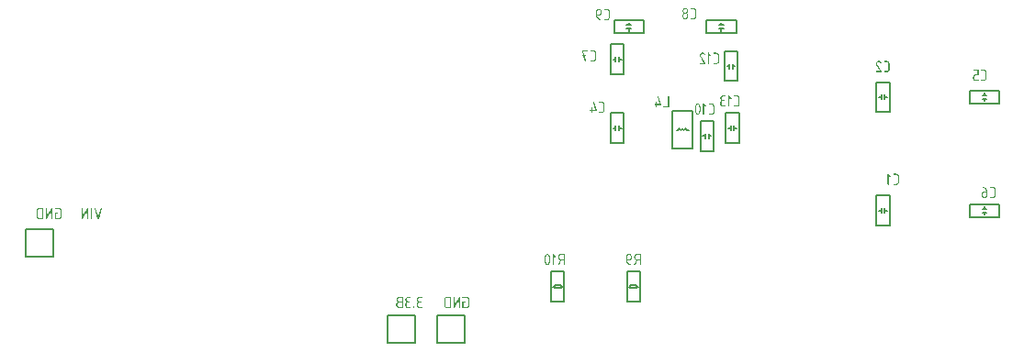
<source format=gbo>
G04*
G04 #@! TF.GenerationSoftware,Altium Limited,Altium Designer,19.0.5 (141)*
G04*
G04 Layer_Color=32896*
%FSLAX43Y43*%
%MOMM*%
G71*
G01*
G75*
%ADD11C,0.150*%
%ADD12C,0.200*%
G36*
X33493Y1050D02*
X33506Y1044D01*
X33515Y1035D01*
X33521Y1026D01*
X33524Y1015D01*
X33528Y1007D01*
Y1000D01*
Y998D01*
X33526Y981D01*
X33521Y968D01*
X33511Y959D01*
X33502Y954D01*
X33493Y950D01*
X33484Y946D01*
X33267D01*
X33243Y944D01*
X33221Y939D01*
X33202Y931D01*
X33185Y924D01*
X33172Y915D01*
X33161Y907D01*
X33156Y902D01*
X33154Y900D01*
X33139Y881D01*
X33128Y863D01*
X33119Y844D01*
X33113Y828D01*
X33110Y811D01*
X33108Y800D01*
Y793D01*
Y789D01*
X33110Y765D01*
X33115Y743D01*
X33122Y724D01*
X33130Y707D01*
X33139Y694D01*
X33147Y685D01*
X33152Y678D01*
X33154Y676D01*
X33172Y661D01*
X33191Y650D01*
X33210Y643D01*
X33228Y637D01*
X33243Y633D01*
X33256Y631D01*
X33372D01*
X33389Y630D01*
X33402Y624D01*
X33411Y615D01*
X33417Y605D01*
X33421Y594D01*
X33424Y587D01*
Y580D01*
Y578D01*
X33422Y561D01*
X33417Y548D01*
X33408Y539D01*
X33398Y533D01*
X33389Y530D01*
X33380Y526D01*
X33267D01*
X33243Y524D01*
X33222Y518D01*
X33204Y511D01*
X33187Y504D01*
X33174Y494D01*
X33163Y487D01*
X33158Y481D01*
X33156Y480D01*
X33139Y461D01*
X33128Y443D01*
X33119Y424D01*
X33113Y406D01*
X33110Y391D01*
X33108Y378D01*
Y370D01*
Y367D01*
Y263D01*
X33110Y239D01*
X33115Y217D01*
X33122Y198D01*
X33130Y181D01*
X33139Y169D01*
X33147Y159D01*
X33152Y152D01*
X33154Y150D01*
X33172Y135D01*
X33191Y124D01*
X33210Y117D01*
X33228Y111D01*
X33243Y107D01*
X33256Y106D01*
X33476D01*
X33493Y104D01*
X33506Y98D01*
X33515Y89D01*
X33521Y80D01*
X33524Y69D01*
X33528Y61D01*
Y54D01*
Y52D01*
X33526Y35D01*
X33521Y22D01*
X33511Y13D01*
X33502Y7D01*
X33493Y4D01*
X33484Y0D01*
X33265D01*
X33226Y4D01*
X33191Y11D01*
X33160Y24D01*
X33132Y39D01*
X33110Y52D01*
X33093Y65D01*
X33084Y72D01*
X33080Y76D01*
X33054Y106D01*
X33035Y139D01*
X33021Y169D01*
X33011Y198D01*
X33006Y224D01*
X33004Y244D01*
X33002Y252D01*
Y257D01*
Y261D01*
Y263D01*
Y367D01*
X33004Y391D01*
X33006Y413D01*
X33011Y435D01*
X33019Y456D01*
X33035Y491D01*
X33054Y522D01*
X33074Y546D01*
X33091Y563D01*
X33098Y570D01*
X33104Y574D01*
X33106Y578D01*
X33108D01*
X33089Y593D01*
X33072Y609D01*
X33060Y628D01*
X33047Y644D01*
X33035Y663D01*
X33028Y680D01*
X33015Y713D01*
X33008Y743D01*
X33006Y755D01*
X33004Y767D01*
X33002Y776D01*
Y783D01*
Y787D01*
Y789D01*
X33006Y828D01*
X33015Y863D01*
X33026Y894D01*
X33041Y922D01*
X33056Y944D01*
X33067Y961D01*
X33076Y970D01*
X33080Y974D01*
X33110Y1000D01*
X33141Y1018D01*
X33172Y1033D01*
X33202Y1042D01*
X33226Y1048D01*
X33247Y1050D01*
X33254Y1052D01*
X33476D01*
X33493Y1050D01*
D02*
G37*
G36*
X32756Y156D02*
X32769Y150D01*
X32778Y141D01*
X32784Y131D01*
X32787Y120D01*
X32791Y113D01*
Y106D01*
Y104D01*
Y52D01*
X32789Y35D01*
X32784Y22D01*
X32774Y13D01*
X32765Y7D01*
X32756Y4D01*
X32747Y0D01*
X32739D01*
X32721Y2D01*
X32708Y7D01*
X32698Y17D01*
X32693Y26D01*
X32687Y35D01*
X32685Y44D01*
Y50D01*
Y52D01*
Y104D01*
X32687Y122D01*
X32693Y135D01*
X32702Y144D01*
X32711Y150D01*
X32723Y156D01*
X32730Y157D01*
X32739D01*
X32756Y156D01*
D02*
G37*
G36*
X32439Y1050D02*
X32452Y1044D01*
X32461Y1035D01*
X32467Y1026D01*
X32471Y1015D01*
X32474Y1007D01*
Y1000D01*
Y998D01*
X32473Y981D01*
X32467Y968D01*
X32458Y959D01*
X32448Y954D01*
X32439Y950D01*
X32430Y946D01*
X32213D01*
X32189Y944D01*
X32167Y939D01*
X32149Y931D01*
X32132Y924D01*
X32119Y915D01*
X32108Y907D01*
X32102Y902D01*
X32100Y900D01*
X32086Y881D01*
X32074Y863D01*
X32065Y844D01*
X32060Y828D01*
X32056Y811D01*
X32054Y800D01*
Y793D01*
Y789D01*
X32056Y765D01*
X32061Y743D01*
X32069Y724D01*
X32076Y707D01*
X32086Y694D01*
X32093Y685D01*
X32099Y678D01*
X32100Y676D01*
X32119Y661D01*
X32137Y650D01*
X32156Y643D01*
X32174Y637D01*
X32189Y633D01*
X32202Y631D01*
X32319D01*
X32336Y630D01*
X32348Y624D01*
X32358Y615D01*
X32363Y605D01*
X32367Y594D01*
X32371Y587D01*
Y580D01*
Y578D01*
X32369Y561D01*
X32363Y548D01*
X32354Y539D01*
X32345Y533D01*
X32336Y530D01*
X32326Y526D01*
X32213D01*
X32189Y524D01*
X32169Y518D01*
X32150Y511D01*
X32134Y504D01*
X32121Y494D01*
X32110Y487D01*
X32104Y481D01*
X32102Y480D01*
X32086Y461D01*
X32074Y443D01*
X32065Y424D01*
X32060Y406D01*
X32056Y391D01*
X32054Y378D01*
Y370D01*
Y367D01*
Y263D01*
X32056Y239D01*
X32061Y217D01*
X32069Y198D01*
X32076Y181D01*
X32086Y169D01*
X32093Y159D01*
X32099Y152D01*
X32100Y150D01*
X32119Y135D01*
X32137Y124D01*
X32156Y117D01*
X32174Y111D01*
X32189Y107D01*
X32202Y106D01*
X32423D01*
X32439Y104D01*
X32452Y98D01*
X32461Y89D01*
X32467Y80D01*
X32471Y69D01*
X32474Y61D01*
Y54D01*
Y52D01*
X32473Y35D01*
X32467Y22D01*
X32458Y13D01*
X32448Y7D01*
X32439Y4D01*
X32430Y0D01*
X32211D01*
X32173Y4D01*
X32137Y11D01*
X32106Y24D01*
X32078Y39D01*
X32056Y52D01*
X32039Y65D01*
X32030Y72D01*
X32026Y76D01*
X32000Y106D01*
X31982Y139D01*
X31967Y169D01*
X31958Y198D01*
X31952Y224D01*
X31950Y244D01*
X31949Y252D01*
Y257D01*
Y261D01*
Y263D01*
Y367D01*
X31950Y391D01*
X31952Y413D01*
X31958Y435D01*
X31965Y456D01*
X31982Y491D01*
X32000Y522D01*
X32021Y546D01*
X32037Y563D01*
X32045Y570D01*
X32050Y574D01*
X32052Y578D01*
X32054D01*
X32036Y593D01*
X32019Y609D01*
X32006Y628D01*
X31993Y644D01*
X31982Y663D01*
X31974Y680D01*
X31962Y713D01*
X31954Y743D01*
X31952Y755D01*
X31950Y767D01*
X31949Y776D01*
Y783D01*
Y787D01*
Y789D01*
X31952Y828D01*
X31962Y863D01*
X31973Y894D01*
X31987Y922D01*
X32002Y944D01*
X32013Y961D01*
X32023Y970D01*
X32026Y974D01*
X32056Y1000D01*
X32087Y1018D01*
X32119Y1033D01*
X32149Y1042D01*
X32173Y1048D01*
X32193Y1050D01*
X32200Y1052D01*
X32423D01*
X32439Y1050D01*
D02*
G37*
G36*
X31702D02*
X31715Y1044D01*
X31724Y1035D01*
X31730Y1026D01*
X31734Y1015D01*
X31737Y1007D01*
Y1000D01*
Y998D01*
Y52D01*
X31736Y35D01*
X31730Y22D01*
X31721Y13D01*
X31712Y7D01*
X31702Y4D01*
X31693Y0D01*
X31423D01*
X31399Y2D01*
X31375Y4D01*
X31332Y15D01*
X31293Y30D01*
X31262Y46D01*
X31236Y63D01*
X31225Y70D01*
X31215Y76D01*
X31208Y83D01*
X31202Y87D01*
X31200Y89D01*
X31199Y91D01*
X31182Y109D01*
X31167Y128D01*
X31156Y146D01*
X31145Y165D01*
X31128Y202D01*
X31117Y237D01*
X31112Y268D01*
X31108Y281D01*
Y293D01*
X31106Y302D01*
Y309D01*
Y313D01*
Y315D01*
X31108Y348D01*
X31112Y378D01*
X31119Y406D01*
X31130Y433D01*
X31141Y457D01*
X31154Y480D01*
X31167Y498D01*
X31180Y517D01*
X31195Y531D01*
X31208Y546D01*
X31221Y557D01*
X31232Y567D01*
X31241Y574D01*
X31249Y580D01*
X31254Y581D01*
X31256Y583D01*
X31239Y598D01*
X31223Y615D01*
X31210Y631D01*
X31199Y650D01*
X31182Y683D01*
X31171Y717D01*
X31163Y744D01*
X31162Y757D01*
X31160Y768D01*
X31158Y776D01*
Y783D01*
Y787D01*
Y789D01*
X31162Y828D01*
X31171Y865D01*
X31182Y896D01*
X31197Y922D01*
X31212Y944D01*
X31223Y961D01*
X31232Y970D01*
X31236Y974D01*
X31265Y1000D01*
X31297Y1018D01*
X31328Y1033D01*
X31358Y1042D01*
X31384Y1048D01*
X31404Y1050D01*
X31412Y1052D01*
X31686D01*
X31702Y1050D01*
D02*
G37*
G36*
X-608Y9275D02*
X-595Y9269D01*
X-585Y9260D01*
X-580Y9251D01*
X-576Y9240D01*
X-573Y9232D01*
Y9225D01*
Y9223D01*
Y8277D01*
X-574Y8260D01*
X-580Y8247D01*
X-589Y8238D01*
X-598Y8232D01*
X-608Y8229D01*
X-617Y8225D01*
X-624D01*
X-643Y8227D01*
X-656Y8232D01*
X-665Y8242D01*
X-671Y8251D01*
X-676Y8260D01*
X-678Y8269D01*
Y8275D01*
Y8277D01*
Y9021D01*
X-1104Y8251D01*
X-1109Y8242D01*
X-1117Y8236D01*
X-1134Y8229D01*
X-1145Y8225D01*
X-1150D01*
X-1169Y8227D01*
X-1182Y8232D01*
X-1191Y8242D01*
X-1197Y8251D01*
X-1202Y8260D01*
X-1204Y8269D01*
Y8275D01*
Y8277D01*
Y9223D01*
X-1202Y9242D01*
X-1197Y9255D01*
X-1187Y9264D01*
X-1178Y9269D01*
X-1167Y9275D01*
X-1159Y9277D01*
X-1150D01*
X-1134Y9275D01*
X-1121Y9269D01*
X-1111Y9260D01*
X-1106Y9251D01*
X-1102Y9240D01*
X-1098Y9232D01*
Y9225D01*
Y9223D01*
Y8481D01*
X-673Y9245D01*
X-665Y9256D01*
X-658Y9264D01*
X-650Y9269D01*
X-643Y9273D01*
X-635Y9275D01*
X-630Y9277D01*
X-624D01*
X-608Y9275D01*
D02*
G37*
G36*
X46Y9273D02*
X83Y9264D01*
X114Y9253D01*
X142Y9238D01*
X164Y9223D01*
X179Y9212D01*
X190Y9203D01*
X194Y9199D01*
X220Y9169D01*
X239Y9138D01*
X251Y9106D01*
X261Y9077D01*
X266Y9053D01*
X268Y9032D01*
X270Y9025D01*
Y9019D01*
Y9016D01*
Y9014D01*
Y8488D01*
X266Y8449D01*
X259Y8412D01*
X246Y8381D01*
X231Y8353D01*
X218Y8331D01*
X205Y8316D01*
X198Y8305D01*
X194Y8301D01*
X164Y8275D01*
X131Y8256D01*
X101Y8244D01*
X72Y8234D01*
X46Y8229D01*
X26Y8227D01*
X18Y8225D01*
X-308D01*
X-326Y8227D01*
X-339Y8232D01*
X-348Y8242D01*
X-354Y8251D01*
X-360Y8260D01*
X-361Y8269D01*
Y8275D01*
Y8277D01*
Y8803D01*
X-360Y8821D01*
X-354Y8834D01*
X-345Y8843D01*
X-335Y8849D01*
X-324Y8855D01*
X-317Y8856D01*
X-150D01*
X-134Y8855D01*
X-121Y8849D01*
X-111Y8840D01*
X-106Y8830D01*
X-102Y8819D01*
X-98Y8812D01*
Y8805D01*
Y8803D01*
X-100Y8786D01*
X-106Y8773D01*
X-115Y8764D01*
X-124Y8758D01*
X-134Y8755D01*
X-143Y8751D01*
X-256D01*
Y8331D01*
X7D01*
X31Y8332D01*
X53Y8338D01*
X72Y8345D01*
X89Y8353D01*
X101Y8360D01*
X111Y8368D01*
X118Y8373D01*
X120Y8375D01*
X135Y8394D01*
X146Y8412D01*
X153Y8431D01*
X159Y8449D01*
X163Y8464D01*
X164Y8477D01*
Y8484D01*
Y8488D01*
Y9012D01*
X163Y9036D01*
X157Y9058D01*
X150Y9077D01*
X142Y9093D01*
X135Y9106D01*
X127Y9118D01*
X122Y9123D01*
X120Y9125D01*
X101Y9140D01*
X83Y9151D01*
X64Y9160D01*
X46Y9166D01*
X31Y9169D01*
X18Y9171D01*
X-308D01*
X-326Y9173D01*
X-339Y9179D01*
X-348Y9188D01*
X-354Y9197D01*
X-360Y9206D01*
X-361Y9216D01*
Y9221D01*
Y9223D01*
X-360Y9242D01*
X-354Y9255D01*
X-345Y9264D01*
X-335Y9269D01*
X-324Y9275D01*
X-317Y9277D01*
X7D01*
X46Y9273D01*
D02*
G37*
G36*
X-1450Y9275D02*
X-1437Y9269D01*
X-1428Y9260D01*
X-1422Y9251D01*
X-1419Y9240D01*
X-1415Y9232D01*
Y9225D01*
Y9223D01*
Y8277D01*
X-1417Y8260D01*
X-1422Y8247D01*
X-1432Y8238D01*
X-1441Y8232D01*
X-1450Y8229D01*
X-1459Y8225D01*
X-1782D01*
X-1821Y8229D01*
X-1858Y8236D01*
X-1889Y8249D01*
X-1917Y8264D01*
X-1939Y8277D01*
X-1956Y8290D01*
X-1965Y8297D01*
X-1969Y8301D01*
X-1995Y8331D01*
X-2013Y8364D01*
X-2028Y8394D01*
X-2037Y8423D01*
X-2043Y8449D01*
X-2045Y8469D01*
X-2046Y8477D01*
Y8482D01*
Y8486D01*
Y8488D01*
Y9014D01*
X-2043Y9053D01*
X-2033Y9090D01*
X-2022Y9121D01*
X-2008Y9147D01*
X-1993Y9169D01*
X-1982Y9186D01*
X-1972Y9195D01*
X-1969Y9199D01*
X-1939Y9225D01*
X-1908Y9243D01*
X-1876Y9258D01*
X-1846Y9267D01*
X-1821Y9273D01*
X-1800Y9275D01*
X-1793Y9277D01*
X-1467D01*
X-1450Y9275D01*
D02*
G37*
G36*
X2720D02*
X2733Y9269D01*
X2742Y9260D01*
X2748Y9251D01*
X2752Y9240D01*
X2755Y9232D01*
Y9225D01*
Y9223D01*
Y8277D01*
X2753Y8260D01*
X2748Y8247D01*
X2739Y8238D01*
X2729Y8232D01*
X2720Y8229D01*
X2711Y8225D01*
X2703D01*
X2685Y8227D01*
X2672Y8232D01*
X2663Y8242D01*
X2657Y8251D01*
X2652Y8260D01*
X2650Y8269D01*
Y8275D01*
Y8277D01*
Y9021D01*
X2224Y8251D01*
X2218Y8242D01*
X2211Y8236D01*
X2194Y8229D01*
X2183Y8225D01*
X2178D01*
X2159Y8227D01*
X2146Y8232D01*
X2137Y8242D01*
X2131Y8251D01*
X2126Y8260D01*
X2124Y8269D01*
Y8275D01*
Y8277D01*
Y9223D01*
X2126Y9242D01*
X2131Y9255D01*
X2141Y9264D01*
X2150Y9269D01*
X2161Y9275D01*
X2168Y9277D01*
X2178D01*
X2194Y9275D01*
X2207Y9269D01*
X2216Y9260D01*
X2222Y9251D01*
X2226Y9240D01*
X2229Y9232D01*
Y9225D01*
Y9223D01*
Y8481D01*
X2655Y9245D01*
X2663Y9256D01*
X2670Y9264D01*
X2678Y9269D01*
X2685Y9273D01*
X2692Y9275D01*
X2698Y9277D01*
X2703D01*
X2720Y9275D01*
D02*
G37*
G36*
X3985D02*
X3998Y9269D01*
X4007Y9260D01*
X4013Y9251D01*
X4016Y9240D01*
X4020Y9232D01*
Y9225D01*
Y9223D01*
X4018Y9212D01*
Y9210D01*
Y9208D01*
X3705Y8264D01*
X3698Y8251D01*
X3690Y8242D01*
X3683Y8234D01*
X3674Y8231D01*
X3666Y8227D01*
X3659Y8225D01*
X3653D01*
X3640Y8227D01*
X3629Y8231D01*
X3620Y8238D01*
X3613Y8245D01*
X3603Y8258D01*
X3602Y8262D01*
Y8264D01*
X3287Y9208D01*
X3285Y9217D01*
Y9221D01*
Y9223D01*
X3287Y9242D01*
X3292Y9255D01*
X3302Y9264D01*
X3311Y9269D01*
X3320Y9275D01*
X3329Y9277D01*
X3337D01*
X3350Y9275D01*
X3361Y9271D01*
X3368Y9266D01*
X3376Y9260D01*
X3385Y9247D01*
X3387Y9243D01*
Y9242D01*
X3653Y8443D01*
X3918Y9242D01*
X3924Y9253D01*
X3931Y9262D01*
X3940Y9267D01*
X3948Y9273D01*
X3955Y9275D01*
X3963Y9277D01*
X3968D01*
X3985Y9275D01*
D02*
G37*
G36*
X3037D02*
X3050Y9269D01*
X3059Y9260D01*
X3065Y9251D01*
X3068Y9240D01*
X3072Y9232D01*
Y9225D01*
Y9223D01*
Y8277D01*
X3070Y8260D01*
X3065Y8247D01*
X3055Y8238D01*
X3046Y8232D01*
X3037Y8229D01*
X3028Y8225D01*
X3020D01*
X3002Y8227D01*
X2989Y8232D01*
X2979Y8242D01*
X2974Y8251D01*
X2968Y8260D01*
X2966Y8269D01*
Y8275D01*
Y8277D01*
Y9223D01*
X2968Y9242D01*
X2974Y9255D01*
X2983Y9264D01*
X2992Y9269D01*
X3003Y9275D01*
X3011Y9277D01*
X3020D01*
X3037Y9275D01*
D02*
G37*
G36*
X36968Y1050D02*
X36981Y1044D01*
X36991Y1035D01*
X36996Y1026D01*
X37000Y1015D01*
X37003Y1007D01*
Y1000D01*
Y998D01*
Y52D01*
X37002Y35D01*
X36996Y22D01*
X36987Y13D01*
X36978Y7D01*
X36968Y4D01*
X36959Y0D01*
X36952D01*
X36933Y2D01*
X36920Y7D01*
X36911Y17D01*
X36905Y26D01*
X36900Y35D01*
X36898Y44D01*
Y50D01*
Y52D01*
Y796D01*
X36472Y26D01*
X36467Y17D01*
X36459Y11D01*
X36442Y4D01*
X36431Y0D01*
X36426D01*
X36407Y2D01*
X36394Y7D01*
X36385Y17D01*
X36379Y26D01*
X36374Y35D01*
X36372Y44D01*
Y50D01*
Y52D01*
Y998D01*
X36374Y1017D01*
X36379Y1030D01*
X36389Y1039D01*
X36398Y1044D01*
X36409Y1050D01*
X36417Y1052D01*
X36426D01*
X36442Y1050D01*
X36455Y1044D01*
X36465Y1035D01*
X36470Y1026D01*
X36474Y1015D01*
X36478Y1007D01*
Y1000D01*
Y998D01*
Y256D01*
X36904Y1020D01*
X36911Y1031D01*
X36918Y1039D01*
X36926Y1044D01*
X36933Y1048D01*
X36941Y1050D01*
X36946Y1052D01*
X36952D01*
X36968Y1050D01*
D02*
G37*
G36*
X37622Y1048D02*
X37659Y1039D01*
X37690Y1028D01*
X37718Y1013D01*
X37740Y998D01*
X37755Y987D01*
X37766Y978D01*
X37770Y974D01*
X37796Y944D01*
X37815Y913D01*
X37827Y881D01*
X37837Y852D01*
X37842Y828D01*
X37844Y807D01*
X37846Y800D01*
Y794D01*
Y791D01*
Y789D01*
Y263D01*
X37842Y224D01*
X37835Y187D01*
X37822Y156D01*
X37807Y128D01*
X37794Y106D01*
X37781Y91D01*
X37774Y80D01*
X37770Y76D01*
X37740Y50D01*
X37707Y31D01*
X37678Y19D01*
X37648Y9D01*
X37622Y4D01*
X37602Y2D01*
X37594Y0D01*
X37268D01*
X37250Y2D01*
X37237Y7D01*
X37228Y17D01*
X37222Y26D01*
X37216Y35D01*
X37215Y44D01*
Y50D01*
Y52D01*
Y578D01*
X37216Y596D01*
X37222Y609D01*
X37231Y618D01*
X37241Y624D01*
X37252Y630D01*
X37259Y631D01*
X37426D01*
X37442Y630D01*
X37455Y624D01*
X37465Y615D01*
X37470Y605D01*
X37474Y594D01*
X37478Y587D01*
Y580D01*
Y578D01*
X37476Y561D01*
X37470Y548D01*
X37461Y539D01*
X37452Y533D01*
X37442Y530D01*
X37433Y526D01*
X37320D01*
Y106D01*
X37583D01*
X37607Y107D01*
X37629Y113D01*
X37648Y120D01*
X37665Y128D01*
X37678Y135D01*
X37687Y143D01*
X37694Y148D01*
X37696Y150D01*
X37711Y169D01*
X37722Y187D01*
X37729Y206D01*
X37735Y224D01*
X37739Y239D01*
X37740Y252D01*
Y259D01*
Y263D01*
Y787D01*
X37739Y811D01*
X37733Y833D01*
X37726Y852D01*
X37718Y868D01*
X37711Y881D01*
X37703Y892D01*
X37698Y898D01*
X37696Y900D01*
X37678Y915D01*
X37659Y926D01*
X37640Y935D01*
X37622Y941D01*
X37607Y944D01*
X37594Y946D01*
X37268D01*
X37250Y948D01*
X37237Y954D01*
X37228Y963D01*
X37222Y972D01*
X37216Y981D01*
X37215Y991D01*
Y996D01*
Y998D01*
X37216Y1017D01*
X37222Y1030D01*
X37231Y1039D01*
X37241Y1044D01*
X37252Y1050D01*
X37259Y1052D01*
X37583D01*
X37622Y1048D01*
D02*
G37*
G36*
X36126Y1050D02*
X36139Y1044D01*
X36148Y1035D01*
X36154Y1026D01*
X36157Y1015D01*
X36161Y1007D01*
Y1000D01*
Y998D01*
Y52D01*
X36159Y35D01*
X36154Y22D01*
X36144Y13D01*
X36135Y7D01*
X36126Y4D01*
X36117Y0D01*
X35794D01*
X35755Y4D01*
X35718Y11D01*
X35687Y24D01*
X35659Y39D01*
X35637Y52D01*
X35620Y65D01*
X35611Y72D01*
X35607Y76D01*
X35581Y106D01*
X35563Y139D01*
X35548Y169D01*
X35539Y198D01*
X35533Y224D01*
X35531Y244D01*
X35530Y252D01*
Y257D01*
Y261D01*
Y263D01*
Y789D01*
X35533Y828D01*
X35543Y865D01*
X35554Y896D01*
X35568Y922D01*
X35583Y944D01*
X35594Y961D01*
X35604Y970D01*
X35607Y974D01*
X35637Y1000D01*
X35668Y1018D01*
X35700Y1033D01*
X35730Y1042D01*
X35755Y1048D01*
X35776Y1050D01*
X35783Y1052D01*
X36109D01*
X36126Y1050D01*
D02*
G37*
G36*
X45584Y5017D02*
X45597Y5011D01*
X45607Y5004D01*
X45608Y5002D01*
X45610Y5000D01*
X45816Y4794D01*
X45825Y4781D01*
X45829Y4770D01*
X45831Y4761D01*
Y4759D01*
Y4757D01*
X45829Y4739D01*
X45823Y4726D01*
X45814Y4717D01*
X45805Y4711D01*
X45795Y4707D01*
X45786Y4704D01*
X45779D01*
X45764Y4705D01*
X45751Y4711D01*
X45744Y4717D01*
X45742Y4718D01*
X45619Y4841D01*
Y4020D01*
X45618Y4004D01*
X45612Y3991D01*
X45603Y3981D01*
X45594Y3976D01*
X45584Y3972D01*
X45575Y3968D01*
X45568D01*
X45549Y3970D01*
X45536Y3976D01*
X45527Y3985D01*
X45521Y3994D01*
X45516Y4004D01*
X45514Y4013D01*
Y4018D01*
Y4020D01*
Y4967D01*
X45516Y4985D01*
X45521Y4998D01*
X45531Y5007D01*
X45540Y5013D01*
X45551Y5018D01*
X45558Y5020D01*
X45575D01*
X45584Y5017D01*
D02*
G37*
G36*
X46638Y5018D02*
X46651Y5013D01*
X46660Y5004D01*
X46666Y4994D01*
X46669Y4983D01*
X46673Y4976D01*
Y4968D01*
Y4967D01*
Y4020D01*
X46671Y4004D01*
X46666Y3991D01*
X46656Y3981D01*
X46647Y3976D01*
X46638Y3972D01*
X46629Y3968D01*
X46621D01*
X46603Y3970D01*
X46590Y3976D01*
X46581Y3985D01*
X46575Y3994D01*
X46569Y4004D01*
X46568Y4013D01*
Y4018D01*
Y4020D01*
Y4389D01*
X46338D01*
X46144Y3996D01*
X46138Y3987D01*
X46131Y3980D01*
X46121Y3976D01*
X46114Y3972D01*
X46106Y3970D01*
X46101Y3968D01*
X46095D01*
X46081Y3970D01*
X46069Y3976D01*
X46062Y3981D01*
X46058Y3983D01*
X46049Y3996D01*
X46044Y4007D01*
X46042Y4017D01*
Y4020D01*
X46044Y4030D01*
X46045Y4037D01*
X46047Y4043D01*
X46049Y4044D01*
X46232Y4411D01*
X46199Y4428D01*
X46169Y4446D01*
X46144Y4467D01*
X46121Y4489D01*
X46103Y4513D01*
X46088Y4537D01*
X46075Y4561D01*
X46066Y4585D01*
X46058Y4609D01*
X46051Y4631D01*
X46047Y4652D01*
X46045Y4668D01*
X46044Y4683D01*
X46042Y4694D01*
Y4702D01*
Y4704D01*
X46044Y4728D01*
X46045Y4752D01*
X46056Y4794D01*
X46071Y4833D01*
X46088Y4865D01*
X46105Y4891D01*
X46112Y4902D01*
X46119Y4911D01*
X46125Y4918D01*
X46131Y4924D01*
X46132Y4926D01*
X46134Y4928D01*
X46153Y4944D01*
X46171Y4959D01*
X46190Y4970D01*
X46208Y4981D01*
X46245Y4998D01*
X46281Y5009D01*
X46312Y5015D01*
X46325Y5018D01*
X46336D01*
X46345Y5020D01*
X46621D01*
X46638Y5018D01*
D02*
G37*
G36*
X45070D02*
X45094Y5011D01*
X45118Y5002D01*
X45140Y4989D01*
X45158Y4974D01*
X45177Y4957D01*
X45207Y4920D01*
X45231Y4883D01*
X45240Y4867D01*
X45247Y4852D01*
X45253Y4839D01*
X45257Y4830D01*
X45260Y4822D01*
Y4820D01*
X45275Y4767D01*
X45286Y4711D01*
X45294Y4655D01*
X45299Y4605D01*
X45301Y4581D01*
X45303Y4561D01*
Y4543D01*
X45305Y4526D01*
Y4513D01*
Y4504D01*
Y4496D01*
Y4494D01*
X45303Y4426D01*
X45297Y4365D01*
X45294Y4335D01*
X45290Y4309D01*
X45286Y4283D01*
X45283Y4261D01*
X45279Y4241D01*
X45275Y4222D01*
X45271Y4206D01*
X45268Y4193D01*
X45264Y4183D01*
X45262Y4174D01*
X45260Y4170D01*
Y4168D01*
X45247Y4133D01*
X45231Y4102D01*
X45214Y4076D01*
X45197Y4054D01*
X45179Y4033D01*
X45160Y4017D01*
X45144Y4004D01*
X45125Y3994D01*
X45108Y3985D01*
X45094Y3980D01*
X45079Y3974D01*
X45066Y3972D01*
X45057Y3970D01*
X45049Y3968D01*
X45042D01*
X45014Y3970D01*
X44990Y3978D01*
X44966Y3987D01*
X44945Y4000D01*
X44925Y4015D01*
X44908Y4031D01*
X44877Y4068D01*
X44855Y4106D01*
X44846Y4122D01*
X44838Y4137D01*
X44833Y4150D01*
X44829Y4159D01*
X44825Y4167D01*
Y4168D01*
X44810Y4222D01*
X44799Y4278D01*
X44790Y4331D01*
X44784Y4383D01*
X44783Y4405D01*
X44781Y4428D01*
Y4446D01*
X44779Y4463D01*
Y4476D01*
Y4487D01*
Y4493D01*
Y4494D01*
X44781Y4563D01*
X44786Y4624D01*
X44790Y4652D01*
X44794Y4680D01*
X44797Y4704D01*
X44801Y4726D01*
X44807Y4746D01*
X44810Y4765D01*
X44814Y4781D01*
X44818Y4794D01*
X44821Y4805D01*
X44823Y4813D01*
X44825Y4817D01*
Y4818D01*
X44838Y4854D01*
X44855Y4885D01*
X44871Y4913D01*
X44888Y4935D01*
X44907Y4955D01*
X44923Y4970D01*
X44942Y4985D01*
X44958Y4994D01*
X44975Y5004D01*
X44992Y5009D01*
X45005Y5015D01*
X45018Y5017D01*
X45027Y5018D01*
X45034Y5020D01*
X45042D01*
X45070Y5018D01*
D02*
G37*
G36*
X53638D02*
X53651Y5013D01*
X53660Y5004D01*
X53666Y4994D01*
X53669Y4983D01*
X53673Y4976D01*
Y4968D01*
Y4967D01*
Y4020D01*
X53671Y4004D01*
X53666Y3991D01*
X53656Y3981D01*
X53647Y3976D01*
X53638Y3972D01*
X53629Y3968D01*
X53621D01*
X53603Y3970D01*
X53590Y3976D01*
X53581Y3985D01*
X53575Y3994D01*
X53569Y4004D01*
X53568Y4013D01*
Y4018D01*
Y4020D01*
Y4389D01*
X53338D01*
X53144Y3996D01*
X53138Y3987D01*
X53131Y3980D01*
X53121Y3976D01*
X53114Y3972D01*
X53106Y3970D01*
X53101Y3968D01*
X53095D01*
X53081Y3970D01*
X53069Y3976D01*
X53062Y3981D01*
X53058Y3983D01*
X53049Y3996D01*
X53044Y4007D01*
X53042Y4017D01*
Y4020D01*
X53044Y4030D01*
X53045Y4037D01*
X53047Y4043D01*
X53049Y4044D01*
X53232Y4411D01*
X53199Y4428D01*
X53169Y4446D01*
X53144Y4467D01*
X53121Y4489D01*
X53103Y4513D01*
X53088Y4537D01*
X53075Y4561D01*
X53066Y4585D01*
X53058Y4609D01*
X53051Y4631D01*
X53047Y4652D01*
X53045Y4668D01*
X53044Y4683D01*
X53042Y4694D01*
Y4702D01*
Y4704D01*
X53044Y4728D01*
X53045Y4752D01*
X53056Y4794D01*
X53071Y4833D01*
X53088Y4865D01*
X53105Y4891D01*
X53112Y4902D01*
X53119Y4911D01*
X53125Y4918D01*
X53131Y4924D01*
X53132Y4926D01*
X53134Y4928D01*
X53153Y4944D01*
X53171Y4959D01*
X53190Y4970D01*
X53208Y4981D01*
X53245Y4998D01*
X53281Y5009D01*
X53312Y5015D01*
X53325Y5018D01*
X53336D01*
X53345Y5020D01*
X53621D01*
X53638Y5018D01*
D02*
G37*
G36*
X52607Y5017D02*
X52644Y5007D01*
X52675Y4996D01*
X52703Y4981D01*
X52725Y4967D01*
X52740Y4955D01*
X52751Y4946D01*
X52755Y4942D01*
X52781Y4913D01*
X52799Y4881D01*
X52812Y4850D01*
X52821Y4820D01*
X52827Y4794D01*
X52829Y4774D01*
X52831Y4767D01*
Y4761D01*
Y4757D01*
Y4755D01*
Y4652D01*
X52827Y4613D01*
X52819Y4576D01*
X52807Y4544D01*
X52792Y4517D01*
X52779Y4494D01*
X52766Y4480D01*
X52758Y4468D01*
X52755Y4465D01*
X52725Y4439D01*
X52692Y4420D01*
X52662Y4407D01*
X52632Y4398D01*
X52607Y4393D01*
X52586Y4391D01*
X52579Y4389D01*
X52414D01*
X52420Y4357D01*
X52429Y4328D01*
X52440Y4300D01*
X52453Y4274D01*
X52468Y4248D01*
X52482Y4226D01*
X52499Y4204D01*
X52518Y4185D01*
X52534Y4168D01*
X52549Y4154D01*
X52564Y4141D01*
X52577Y4130D01*
X52588Y4120D01*
X52597Y4115D01*
X52603Y4111D01*
X52605Y4109D01*
X52620Y4100D01*
X52634Y4093D01*
X52666Y4078D01*
X52679Y4072D01*
X52690Y4068D01*
X52697Y4067D01*
X52699Y4065D01*
X52708Y4061D01*
X52716Y4056D01*
X52720Y4048D01*
X52723Y4041D01*
X52725Y4033D01*
X52727Y4026D01*
Y4022D01*
Y4020D01*
X52725Y4006D01*
X52718Y3994D01*
X52712Y3987D01*
X52710Y3983D01*
X52697Y3974D01*
X52686Y3970D01*
X52677Y3968D01*
X52673D01*
X52657Y3970D01*
X52640Y3976D01*
X52620Y3985D01*
X52599Y3994D01*
X52582Y4002D01*
X52568Y4011D01*
X52558Y4017D01*
X52555Y4018D01*
X52510Y4048D01*
X52471Y4081D01*
X52438Y4115D01*
X52410Y4150D01*
X52386Y4185D01*
X52366Y4220D01*
X52349Y4256D01*
X52336Y4289D01*
X52325Y4318D01*
X52318Y4348D01*
X52312Y4374D01*
X52308Y4396D01*
X52307Y4415D01*
X52305Y4430D01*
Y4437D01*
Y4441D01*
Y4757D01*
X52308Y4796D01*
X52318Y4833D01*
X52329Y4865D01*
X52344Y4891D01*
X52358Y4913D01*
X52370Y4930D01*
X52379Y4939D01*
X52382Y4942D01*
X52412Y4968D01*
X52444Y4987D01*
X52475Y5002D01*
X52503Y5011D01*
X52529Y5017D01*
X52549Y5018D01*
X52557Y5020D01*
X52568D01*
X52607Y5017D01*
D02*
G37*
G36*
X55282Y19600D02*
X55295Y19596D01*
X55302Y19589D01*
X55310Y19583D01*
X55315Y19576D01*
X55319Y19568D01*
X55321Y19565D01*
Y19563D01*
X55532Y18828D01*
Y18818D01*
Y18815D01*
Y18813D01*
X55530Y18796D01*
X55525Y18783D01*
X55515Y18774D01*
X55506Y18768D01*
X55497Y18765D01*
X55488Y18761D01*
X55164D01*
Y18602D01*
X55162Y18585D01*
X55156Y18572D01*
X55147Y18563D01*
X55138Y18557D01*
X55128Y18554D01*
X55119Y18550D01*
X55112D01*
X55093Y18552D01*
X55080Y18557D01*
X55071Y18567D01*
X55065Y18576D01*
X55060Y18585D01*
X55058Y18594D01*
Y18600D01*
Y18602D01*
Y18761D01*
X54954D01*
X54936Y18763D01*
X54923Y18768D01*
X54914Y18778D01*
X54908Y18787D01*
X54902Y18796D01*
X54901Y18806D01*
Y18811D01*
Y18813D01*
X54902Y18831D01*
X54908Y18844D01*
X54917Y18854D01*
X54927Y18859D01*
X54938Y18865D01*
X54945Y18867D01*
X55058D01*
Y19024D01*
X55060Y19043D01*
X55065Y19056D01*
X55075Y19065D01*
X55084Y19070D01*
X55095Y19076D01*
X55102Y19078D01*
X55112D01*
X55128Y19076D01*
X55141Y19070D01*
X55151Y19061D01*
X55156Y19052D01*
X55160Y19041D01*
X55164Y19033D01*
Y19026D01*
Y19024D01*
Y18867D01*
X55410D01*
X55219Y19533D01*
X55217Y19544D01*
Y19546D01*
Y19548D01*
X55219Y19567D01*
X55225Y19580D01*
X55234Y19589D01*
X55243Y19594D01*
X55252Y19600D01*
X55262Y19602D01*
X55269D01*
X55282Y19600D01*
D02*
G37*
G36*
X56234D02*
X56247Y19594D01*
X56256Y19585D01*
X56262Y19576D01*
X56265Y19565D01*
X56269Y19557D01*
Y19550D01*
Y19548D01*
Y18602D01*
X56267Y18585D01*
X56262Y18572D01*
X56252Y18563D01*
X56243Y18557D01*
X56234Y18554D01*
X56225Y18550D01*
X55797D01*
X55778Y18552D01*
X55765Y18557D01*
X55756Y18567D01*
X55751Y18576D01*
X55745Y18585D01*
X55743Y18594D01*
Y18600D01*
Y18602D01*
X55745Y18620D01*
X55751Y18633D01*
X55760Y18643D01*
X55769Y18648D01*
X55780Y18654D01*
X55788Y18656D01*
X56163D01*
Y19548D01*
X56165Y19567D01*
X56171Y19580D01*
X56180Y19589D01*
X56189Y19594D01*
X56200Y19600D01*
X56208Y19602D01*
X56217D01*
X56234Y19600D01*
D02*
G37*
G36*
X61793Y19654D02*
X61806Y19648D01*
X61815Y19641D01*
X61817Y19639D01*
X61819Y19637D01*
X62024Y19431D01*
X62034Y19418D01*
X62037Y19407D01*
X62039Y19398D01*
Y19396D01*
Y19394D01*
X62037Y19376D01*
X62032Y19363D01*
X62022Y19354D01*
X62013Y19348D01*
X62004Y19344D01*
X61995Y19341D01*
X61987D01*
X61972Y19342D01*
X61960Y19348D01*
X61952Y19354D01*
X61950Y19355D01*
X61828Y19478D01*
Y18657D01*
X61826Y18641D01*
X61821Y18628D01*
X61811Y18618D01*
X61802Y18613D01*
X61793Y18609D01*
X61784Y18605D01*
X61776D01*
X61758Y18607D01*
X61745Y18613D01*
X61735Y18622D01*
X61730Y18631D01*
X61724Y18641D01*
X61723Y18650D01*
Y18655D01*
Y18657D01*
Y19604D01*
X61724Y19622D01*
X61730Y19635D01*
X61739Y19644D01*
X61748Y19650D01*
X61760Y19655D01*
X61767Y19657D01*
X61784D01*
X61793Y19654D01*
D02*
G37*
G36*
X62552D02*
X62589Y19644D01*
X62621Y19633D01*
X62648Y19618D01*
X62671Y19604D01*
X62685Y19592D01*
X62696Y19583D01*
X62700Y19579D01*
X62726Y19550D01*
X62745Y19518D01*
X62758Y19487D01*
X62767Y19457D01*
X62772Y19433D01*
X62774Y19413D01*
X62776Y19405D01*
Y19400D01*
Y19396D01*
Y19394D01*
Y18868D01*
X62772Y18830D01*
X62765Y18793D01*
X62752Y18761D01*
X62737Y18733D01*
X62724Y18711D01*
X62711Y18696D01*
X62704Y18685D01*
X62700Y18681D01*
X62671Y18655D01*
X62637Y18637D01*
X62608Y18624D01*
X62578Y18615D01*
X62552Y18609D01*
X62532Y18607D01*
X62524Y18605D01*
X62304D01*
X62285Y18607D01*
X62272Y18613D01*
X62263Y18622D01*
X62258Y18631D01*
X62252Y18641D01*
X62250Y18650D01*
Y18655D01*
Y18657D01*
X62252Y18676D01*
X62258Y18689D01*
X62267Y18698D01*
X62276Y18704D01*
X62287Y18709D01*
X62295Y18711D01*
X62513D01*
X62537Y18713D01*
X62559Y18718D01*
X62578Y18726D01*
X62595Y18733D01*
X62608Y18741D01*
X62617Y18748D01*
X62624Y18754D01*
X62626Y18755D01*
X62641Y18774D01*
X62652Y18793D01*
X62659Y18811D01*
X62665Y18830D01*
X62669Y18844D01*
X62671Y18857D01*
Y18865D01*
Y18868D01*
Y19392D01*
X62669Y19417D01*
X62663Y19439D01*
X62656Y19457D01*
X62648Y19474D01*
X62641Y19487D01*
X62634Y19498D01*
X62628Y19504D01*
X62626Y19505D01*
X62608Y19520D01*
X62589Y19531D01*
X62571Y19541D01*
X62552Y19546D01*
X62537Y19550D01*
X62524Y19552D01*
X62304D01*
X62285Y19554D01*
X62272Y19559D01*
X62263Y19568D01*
X62258Y19578D01*
X62252Y19587D01*
X62250Y19596D01*
Y19602D01*
Y19604D01*
X62252Y19622D01*
X62258Y19635D01*
X62267Y19644D01*
X62276Y19650D01*
X62287Y19655D01*
X62295Y19657D01*
X62513D01*
X62552Y19654D01*
D02*
G37*
G36*
X61478Y19655D02*
X61491Y19650D01*
X61500Y19641D01*
X61506Y19631D01*
X61510Y19620D01*
X61513Y19613D01*
Y19605D01*
Y19604D01*
X61511Y19587D01*
X61506Y19574D01*
X61497Y19565D01*
X61487Y19559D01*
X61478Y19555D01*
X61469Y19552D01*
X61252D01*
X61228Y19550D01*
X61206Y19544D01*
X61187Y19537D01*
X61171Y19529D01*
X61158Y19520D01*
X61147Y19513D01*
X61141Y19507D01*
X61139Y19505D01*
X61124Y19487D01*
X61113Y19468D01*
X61104Y19450D01*
X61098Y19433D01*
X61095Y19417D01*
X61093Y19405D01*
Y19398D01*
Y19394D01*
X61095Y19370D01*
X61100Y19348D01*
X61108Y19330D01*
X61115Y19313D01*
X61124Y19300D01*
X61132Y19291D01*
X61137Y19283D01*
X61139Y19281D01*
X61158Y19267D01*
X61176Y19255D01*
X61195Y19248D01*
X61213Y19242D01*
X61228Y19239D01*
X61241Y19237D01*
X61358D01*
X61374Y19235D01*
X61387Y19230D01*
X61397Y19220D01*
X61402Y19211D01*
X61406Y19200D01*
X61410Y19192D01*
Y19185D01*
Y19183D01*
X61408Y19167D01*
X61402Y19154D01*
X61393Y19144D01*
X61384Y19139D01*
X61374Y19135D01*
X61365Y19131D01*
X61252D01*
X61228Y19130D01*
X61208Y19124D01*
X61189Y19117D01*
X61173Y19109D01*
X61160Y19100D01*
X61148Y19092D01*
X61143Y19087D01*
X61141Y19085D01*
X61124Y19067D01*
X61113Y19048D01*
X61104Y19030D01*
X61098Y19011D01*
X61095Y18996D01*
X61093Y18983D01*
Y18976D01*
Y18972D01*
Y18868D01*
X61095Y18844D01*
X61100Y18822D01*
X61108Y18804D01*
X61115Y18787D01*
X61124Y18774D01*
X61132Y18765D01*
X61137Y18757D01*
X61139Y18755D01*
X61158Y18741D01*
X61176Y18730D01*
X61195Y18722D01*
X61213Y18717D01*
X61228Y18713D01*
X61241Y18711D01*
X61461D01*
X61478Y18709D01*
X61491Y18704D01*
X61500Y18694D01*
X61506Y18685D01*
X61510Y18674D01*
X61513Y18667D01*
Y18659D01*
Y18657D01*
X61511Y18641D01*
X61506Y18628D01*
X61497Y18618D01*
X61487Y18613D01*
X61478Y18609D01*
X61469Y18605D01*
X61250D01*
X61211Y18609D01*
X61176Y18617D01*
X61145Y18630D01*
X61117Y18644D01*
X61095Y18657D01*
X61078Y18670D01*
X61069Y18678D01*
X61065Y18681D01*
X61039Y18711D01*
X61021Y18744D01*
X61006Y18774D01*
X60997Y18804D01*
X60991Y18830D01*
X60989Y18850D01*
X60987Y18857D01*
Y18863D01*
Y18867D01*
Y18868D01*
Y18972D01*
X60989Y18996D01*
X60991Y19018D01*
X60997Y19041D01*
X61004Y19061D01*
X61021Y19096D01*
X61039Y19128D01*
X61060Y19152D01*
X61076Y19168D01*
X61084Y19176D01*
X61089Y19180D01*
X61091Y19183D01*
X61093D01*
X61074Y19198D01*
X61058Y19215D01*
X61045Y19233D01*
X61032Y19250D01*
X61021Y19268D01*
X61013Y19285D01*
X61000Y19318D01*
X60993Y19348D01*
X60991Y19361D01*
X60989Y19372D01*
X60987Y19381D01*
Y19389D01*
Y19392D01*
Y19394D01*
X60991Y19433D01*
X61000Y19468D01*
X61011Y19500D01*
X61026Y19528D01*
X61041Y19550D01*
X61052Y19567D01*
X61061Y19576D01*
X61065Y19579D01*
X61095Y19605D01*
X61126Y19624D01*
X61158Y19639D01*
X61187Y19648D01*
X61211Y19654D01*
X61232Y19655D01*
X61239Y19657D01*
X61461D01*
X61478Y19655D01*
D02*
G37*
G36*
X59391Y23602D02*
X59419Y23596D01*
X59445Y23587D01*
X59470Y23574D01*
X59493Y23559D01*
X59513Y23544D01*
X59533Y23528D01*
X59552Y23509D01*
X59567Y23493D01*
X59582Y23474D01*
X59593Y23459D01*
X59602Y23444D01*
X59611Y23432D01*
X59617Y23422D01*
X59619Y23417D01*
X59620Y23415D01*
X59624Y23400D01*
Y23395D01*
Y23393D01*
X59622Y23376D01*
X59617Y23363D01*
X59607Y23354D01*
X59598Y23348D01*
X59589Y23345D01*
X59580Y23341D01*
X59572D01*
X59561Y23343D01*
X59552Y23345D01*
X59539Y23354D01*
X59530Y23363D01*
X59528Y23365D01*
Y23367D01*
X59513Y23391D01*
X59498Y23409D01*
X59485Y23428D01*
X59470Y23443D01*
X59456Y23456D01*
X59443Y23467D01*
X59430Y23474D01*
X59417Y23482D01*
X59395Y23491D01*
X59378Y23496D01*
X59367Y23498D01*
X59363D01*
X59339Y23496D01*
X59317Y23491D01*
X59298Y23483D01*
X59282Y23476D01*
X59269Y23467D01*
X59258Y23459D01*
X59252Y23454D01*
X59250Y23452D01*
X59235Y23433D01*
X59224Y23415D01*
X59215Y23396D01*
X59209Y23380D01*
X59206Y23363D01*
X59204Y23352D01*
Y23345D01*
Y23341D01*
X59206Y23324D01*
X59208Y23309D01*
X59211Y23295D01*
X59217Y23282D01*
X59222Y23270D01*
X59226Y23261D01*
X59228Y23256D01*
X59230Y23254D01*
X59617Y22633D01*
X59620Y22624D01*
X59622Y22613D01*
X59624Y22608D01*
Y22604D01*
X59622Y22587D01*
X59617Y22574D01*
X59607Y22565D01*
X59598Y22559D01*
X59589Y22556D01*
X59580Y22552D01*
X59152D01*
X59133Y22554D01*
X59121Y22559D01*
X59111Y22569D01*
X59106Y22578D01*
X59100Y22587D01*
X59098Y22596D01*
Y22602D01*
Y22604D01*
X59100Y22622D01*
X59106Y22635D01*
X59115Y22645D01*
X59124Y22650D01*
X59135Y22656D01*
X59143Y22658D01*
X59478D01*
X59146Y23189D01*
X59130Y23217D01*
X59119Y23245D01*
X59109Y23270D01*
X59104Y23293D01*
X59100Y23313D01*
X59098Y23328D01*
Y23337D01*
Y23341D01*
X59102Y23380D01*
X59111Y23415D01*
X59122Y23446D01*
X59137Y23474D01*
X59152Y23496D01*
X59163Y23513D01*
X59172Y23522D01*
X59176Y23526D01*
X59206Y23552D01*
X59237Y23570D01*
X59269Y23585D01*
X59298Y23594D01*
X59322Y23600D01*
X59343Y23602D01*
X59350Y23604D01*
X59361D01*
X59391Y23602D01*
D02*
G37*
G36*
X59904Y23600D02*
X59917Y23594D01*
X59926Y23587D01*
X59928Y23585D01*
X59930Y23583D01*
X60135Y23378D01*
X60144Y23365D01*
X60148Y23354D01*
X60150Y23345D01*
Y23343D01*
Y23341D01*
X60148Y23322D01*
X60143Y23309D01*
X60133Y23300D01*
X60124Y23295D01*
X60115Y23291D01*
X60106Y23287D01*
X60098D01*
X60083Y23289D01*
X60070Y23295D01*
X60063Y23300D01*
X60061Y23302D01*
X59939Y23424D01*
Y22604D01*
X59937Y22587D01*
X59932Y22574D01*
X59922Y22565D01*
X59913Y22559D01*
X59904Y22556D01*
X59895Y22552D01*
X59887D01*
X59869Y22554D01*
X59856Y22559D01*
X59846Y22569D01*
X59841Y22578D01*
X59835Y22587D01*
X59833Y22596D01*
Y22602D01*
Y22604D01*
Y23550D01*
X59835Y23569D01*
X59841Y23582D01*
X59850Y23591D01*
X59859Y23596D01*
X59870Y23602D01*
X59878Y23604D01*
X59895D01*
X59904Y23600D01*
D02*
G37*
G36*
X60663D02*
X60700Y23591D01*
X60731Y23580D01*
X60759Y23565D01*
X60781Y23550D01*
X60796Y23539D01*
X60807Y23530D01*
X60811Y23526D01*
X60837Y23496D01*
X60856Y23465D01*
X60868Y23433D01*
X60878Y23404D01*
X60883Y23380D01*
X60885Y23359D01*
X60887Y23352D01*
Y23346D01*
Y23343D01*
Y23341D01*
Y22815D01*
X60883Y22776D01*
X60876Y22739D01*
X60863Y22708D01*
X60848Y22680D01*
X60835Y22658D01*
X60822Y22643D01*
X60815Y22632D01*
X60811Y22628D01*
X60781Y22602D01*
X60748Y22583D01*
X60718Y22571D01*
X60689Y22561D01*
X60663Y22556D01*
X60643Y22554D01*
X60635Y22552D01*
X60415D01*
X60396Y22554D01*
X60383Y22559D01*
X60374Y22569D01*
X60369Y22578D01*
X60363Y22587D01*
X60361Y22596D01*
Y22602D01*
Y22604D01*
X60363Y22622D01*
X60369Y22635D01*
X60378Y22645D01*
X60387Y22650D01*
X60398Y22656D01*
X60406Y22658D01*
X60624D01*
X60648Y22659D01*
X60670Y22665D01*
X60689Y22672D01*
X60706Y22680D01*
X60718Y22687D01*
X60728Y22695D01*
X60735Y22700D01*
X60737Y22702D01*
X60752Y22721D01*
X60763Y22739D01*
X60770Y22758D01*
X60776Y22776D01*
X60780Y22791D01*
X60781Y22804D01*
Y22811D01*
Y22815D01*
Y23339D01*
X60780Y23363D01*
X60774Y23385D01*
X60767Y23404D01*
X60759Y23420D01*
X60752Y23433D01*
X60744Y23444D01*
X60739Y23450D01*
X60737Y23452D01*
X60718Y23467D01*
X60700Y23478D01*
X60681Y23487D01*
X60663Y23493D01*
X60648Y23496D01*
X60635Y23498D01*
X60415D01*
X60396Y23500D01*
X60383Y23506D01*
X60374Y23515D01*
X60369Y23524D01*
X60363Y23533D01*
X60361Y23543D01*
Y23548D01*
Y23550D01*
X60363Y23569D01*
X60369Y23582D01*
X60378Y23591D01*
X60387Y23596D01*
X60398Y23602D01*
X60406Y23604D01*
X60624D01*
X60663Y23600D01*
D02*
G37*
G36*
X59459Y18917D02*
X59472Y18911D01*
X59481Y18904D01*
X59483Y18902D01*
X59485Y18900D01*
X59690Y18694D01*
X59700Y18681D01*
X59703Y18670D01*
X59705Y18661D01*
Y18659D01*
Y18657D01*
X59703Y18639D01*
X59698Y18626D01*
X59688Y18617D01*
X59679Y18611D01*
X59670Y18607D01*
X59661Y18604D01*
X59653D01*
X59638Y18605D01*
X59626Y18611D01*
X59618Y18617D01*
X59616Y18618D01*
X59494Y18741D01*
Y17920D01*
X59492Y17904D01*
X59487Y17891D01*
X59477Y17881D01*
X59468Y17876D01*
X59459Y17872D01*
X59450Y17868D01*
X59442D01*
X59424Y17870D01*
X59411Y17876D01*
X59401Y17885D01*
X59396Y17894D01*
X59390Y17904D01*
X59389Y17913D01*
Y17919D01*
Y17920D01*
Y18867D01*
X59390Y18885D01*
X59396Y18898D01*
X59405Y18907D01*
X59414Y18913D01*
X59426Y18918D01*
X59433Y18920D01*
X59450D01*
X59459Y18917D01*
D02*
G37*
G36*
X60218D02*
X60255Y18907D01*
X60287Y18896D01*
X60314Y18881D01*
X60337Y18867D01*
X60351Y18855D01*
X60362Y18846D01*
X60366Y18842D01*
X60392Y18813D01*
X60411Y18781D01*
X60424Y18750D01*
X60433Y18720D01*
X60438Y18696D01*
X60440Y18676D01*
X60442Y18668D01*
Y18663D01*
Y18659D01*
Y18657D01*
Y18131D01*
X60438Y18093D01*
X60431Y18056D01*
X60418Y18024D01*
X60403Y17996D01*
X60390Y17974D01*
X60377Y17959D01*
X60370Y17948D01*
X60366Y17944D01*
X60337Y17919D01*
X60303Y17900D01*
X60274Y17887D01*
X60244Y17878D01*
X60218Y17872D01*
X60198Y17870D01*
X60190Y17868D01*
X59970D01*
X59951Y17870D01*
X59938Y17876D01*
X59929Y17885D01*
X59924Y17894D01*
X59918Y17904D01*
X59916Y17913D01*
Y17919D01*
Y17920D01*
X59918Y17939D01*
X59924Y17952D01*
X59933Y17961D01*
X59942Y17967D01*
X59953Y17972D01*
X59961Y17974D01*
X60179D01*
X60203Y17976D01*
X60225Y17981D01*
X60244Y17989D01*
X60261Y17996D01*
X60274Y18004D01*
X60283Y18011D01*
X60290Y18017D01*
X60292Y18018D01*
X60307Y18037D01*
X60318Y18056D01*
X60325Y18074D01*
X60331Y18093D01*
X60335Y18107D01*
X60337Y18120D01*
Y18128D01*
Y18131D01*
Y18655D01*
X60335Y18680D01*
X60329Y18702D01*
X60322Y18720D01*
X60314Y18737D01*
X60307Y18750D01*
X60300Y18761D01*
X60294Y18767D01*
X60292Y18768D01*
X60274Y18783D01*
X60255Y18794D01*
X60237Y18804D01*
X60218Y18809D01*
X60203Y18813D01*
X60190Y18815D01*
X59970D01*
X59951Y18817D01*
X59938Y18822D01*
X59929Y18831D01*
X59924Y18841D01*
X59918Y18850D01*
X59916Y18859D01*
Y18865D01*
Y18867D01*
X59918Y18885D01*
X59924Y18898D01*
X59933Y18907D01*
X59942Y18913D01*
X59953Y18918D01*
X59961Y18920D01*
X60179D01*
X60218Y18917D01*
D02*
G37*
G36*
X58944Y18918D02*
X58968Y18911D01*
X58992Y18902D01*
X59014Y18889D01*
X59033Y18874D01*
X59051Y18857D01*
X59081Y18820D01*
X59105Y18783D01*
X59114Y18767D01*
X59122Y18752D01*
X59127Y18739D01*
X59131Y18730D01*
X59135Y18722D01*
Y18720D01*
X59150Y18667D01*
X59161Y18611D01*
X59168Y18555D01*
X59174Y18505D01*
X59176Y18481D01*
X59177Y18461D01*
Y18443D01*
X59179Y18426D01*
Y18413D01*
Y18404D01*
Y18396D01*
Y18394D01*
X59177Y18326D01*
X59172Y18265D01*
X59168Y18235D01*
X59164Y18209D01*
X59161Y18183D01*
X59157Y18161D01*
X59153Y18141D01*
X59150Y18122D01*
X59146Y18106D01*
X59142Y18093D01*
X59139Y18083D01*
X59137Y18074D01*
X59135Y18070D01*
Y18068D01*
X59122Y18033D01*
X59105Y18002D01*
X59089Y17976D01*
X59072Y17954D01*
X59053Y17933D01*
X59035Y17917D01*
X59018Y17904D01*
X59000Y17894D01*
X58983Y17885D01*
X58968Y17880D01*
X58953Y17874D01*
X58940Y17872D01*
X58931Y17870D01*
X58924Y17868D01*
X58916D01*
X58889Y17870D01*
X58864Y17878D01*
X58840Y17887D01*
X58820Y17900D01*
X58800Y17915D01*
X58783Y17931D01*
X58752Y17968D01*
X58729Y18006D01*
X58720Y18022D01*
X58713Y18037D01*
X58707Y18050D01*
X58703Y18059D01*
X58700Y18067D01*
Y18068D01*
X58685Y18122D01*
X58674Y18178D01*
X58665Y18231D01*
X58659Y18283D01*
X58657Y18305D01*
X58655Y18328D01*
Y18346D01*
X58653Y18363D01*
Y18376D01*
Y18387D01*
Y18393D01*
Y18394D01*
X58655Y18463D01*
X58661Y18524D01*
X58665Y18552D01*
X58668Y18580D01*
X58672Y18604D01*
X58676Y18626D01*
X58681Y18646D01*
X58685Y18665D01*
X58689Y18681D01*
X58692Y18694D01*
X58696Y18705D01*
X58698Y18713D01*
X58700Y18717D01*
Y18718D01*
X58713Y18754D01*
X58729Y18785D01*
X58746Y18813D01*
X58763Y18835D01*
X58781Y18855D01*
X58798Y18870D01*
X58816Y18885D01*
X58833Y18894D01*
X58850Y18904D01*
X58866Y18909D01*
X58879Y18915D01*
X58892Y18917D01*
X58902Y18918D01*
X58909Y18920D01*
X58916D01*
X58944Y18918D01*
D02*
G37*
G36*
X50576Y27648D02*
X50613Y27639D01*
X50644Y27628D01*
X50672Y27613D01*
X50694Y27598D01*
X50709Y27587D01*
X50720Y27578D01*
X50724Y27574D01*
X50750Y27544D01*
X50769Y27513D01*
X50781Y27481D01*
X50791Y27452D01*
X50796Y27428D01*
X50798Y27407D01*
X50800Y27400D01*
Y27394D01*
Y27391D01*
Y27389D01*
Y26863D01*
X50796Y26824D01*
X50789Y26787D01*
X50776Y26756D01*
X50761Y26728D01*
X50748Y26706D01*
X50735Y26691D01*
X50728Y26680D01*
X50724Y26676D01*
X50694Y26650D01*
X50661Y26631D01*
X50632Y26619D01*
X50602Y26609D01*
X50576Y26604D01*
X50556Y26602D01*
X50548Y26600D01*
X50328D01*
X50309Y26602D01*
X50296Y26607D01*
X50287Y26617D01*
X50282Y26626D01*
X50276Y26635D01*
X50274Y26644D01*
Y26650D01*
Y26652D01*
X50276Y26670D01*
X50282Y26683D01*
X50291Y26693D01*
X50300Y26698D01*
X50311Y26704D01*
X50319Y26706D01*
X50537D01*
X50561Y26707D01*
X50583Y26713D01*
X50602Y26720D01*
X50619Y26728D01*
X50632Y26735D01*
X50641Y26743D01*
X50648Y26748D01*
X50650Y26750D01*
X50665Y26768D01*
X50676Y26787D01*
X50683Y26806D01*
X50689Y26824D01*
X50693Y26839D01*
X50694Y26852D01*
Y26859D01*
Y26863D01*
Y27387D01*
X50693Y27411D01*
X50687Y27433D01*
X50680Y27452D01*
X50672Y27468D01*
X50665Y27481D01*
X50657Y27493D01*
X50652Y27498D01*
X50650Y27500D01*
X50632Y27515D01*
X50613Y27526D01*
X50594Y27535D01*
X50576Y27541D01*
X50561Y27544D01*
X50548Y27546D01*
X50328D01*
X50309Y27548D01*
X50296Y27554D01*
X50287Y27563D01*
X50282Y27572D01*
X50276Y27581D01*
X50274Y27591D01*
Y27596D01*
Y27598D01*
X50276Y27617D01*
X50282Y27630D01*
X50291Y27639D01*
X50300Y27644D01*
X50311Y27650D01*
X50319Y27652D01*
X50537D01*
X50576Y27648D01*
D02*
G37*
G36*
X49839D02*
X49876Y27639D01*
X49908Y27628D01*
X49935Y27613D01*
X49957Y27598D01*
X49972Y27587D01*
X49983Y27578D01*
X49987Y27574D01*
X50013Y27544D01*
X50032Y27513D01*
X50045Y27481D01*
X50054Y27452D01*
X50059Y27426D01*
X50061Y27405D01*
X50063Y27398D01*
Y27393D01*
Y27389D01*
Y27387D01*
Y27283D01*
X50059Y27244D01*
X50052Y27207D01*
X50039Y27176D01*
X50024Y27148D01*
X50011Y27126D01*
X49998Y27111D01*
X49991Y27100D01*
X49987Y27096D01*
X49957Y27070D01*
X49924Y27052D01*
X49895Y27039D01*
X49865Y27030D01*
X49839Y27024D01*
X49819Y27022D01*
X49811Y27020D01*
X49646D01*
X49652Y26989D01*
X49661Y26959D01*
X49672Y26931D01*
X49685Y26906D01*
X49700Y26880D01*
X49715Y26857D01*
X49732Y26835D01*
X49750Y26817D01*
X49767Y26800D01*
X49782Y26785D01*
X49796Y26772D01*
X49809Y26761D01*
X49820Y26752D01*
X49830Y26746D01*
X49835Y26743D01*
X49837Y26741D01*
X49852Y26731D01*
X49867Y26724D01*
X49898Y26709D01*
X49911Y26704D01*
X49922Y26700D01*
X49930Y26698D01*
X49932Y26696D01*
X49941Y26693D01*
X49948Y26687D01*
X49952Y26680D01*
X49956Y26672D01*
X49957Y26665D01*
X49959Y26657D01*
Y26654D01*
Y26652D01*
X49957Y26637D01*
X49950Y26626D01*
X49945Y26619D01*
X49943Y26615D01*
X49930Y26606D01*
X49919Y26602D01*
X49909Y26600D01*
X49906D01*
X49889Y26602D01*
X49872Y26607D01*
X49852Y26617D01*
X49832Y26626D01*
X49815Y26633D01*
X49800Y26643D01*
X49791Y26648D01*
X49787Y26650D01*
X49743Y26680D01*
X49704Y26713D01*
X49670Y26746D01*
X49643Y26781D01*
X49619Y26817D01*
X49598Y26852D01*
X49582Y26887D01*
X49569Y26920D01*
X49558Y26950D01*
X49550Y26980D01*
X49545Y27006D01*
X49541Y27028D01*
X49539Y27046D01*
X49537Y27061D01*
Y27068D01*
Y27072D01*
Y27389D01*
X49541Y27428D01*
X49550Y27465D01*
X49561Y27496D01*
X49576Y27522D01*
X49591Y27544D01*
X49602Y27561D01*
X49611Y27570D01*
X49615Y27574D01*
X49645Y27600D01*
X49676Y27618D01*
X49708Y27633D01*
X49735Y27642D01*
X49761Y27648D01*
X49782Y27650D01*
X49789Y27652D01*
X49800D01*
X49839Y27648D01*
D02*
G37*
G36*
X58545Y27721D02*
X58582Y27712D01*
X58613Y27701D01*
X58641Y27686D01*
X58663Y27671D01*
X58678Y27660D01*
X58689Y27651D01*
X58693Y27647D01*
X58719Y27617D01*
X58738Y27586D01*
X58750Y27554D01*
X58760Y27525D01*
X58765Y27501D01*
X58767Y27480D01*
X58769Y27473D01*
Y27467D01*
Y27464D01*
Y27462D01*
Y26936D01*
X58765Y26897D01*
X58758Y26860D01*
X58745Y26829D01*
X58730Y26801D01*
X58717Y26779D01*
X58704Y26764D01*
X58697Y26753D01*
X58693Y26749D01*
X58663Y26723D01*
X58630Y26705D01*
X58600Y26692D01*
X58571Y26682D01*
X58545Y26677D01*
X58525Y26675D01*
X58517Y26673D01*
X58297D01*
X58278Y26675D01*
X58265Y26681D01*
X58256Y26690D01*
X58251Y26699D01*
X58245Y26708D01*
X58243Y26718D01*
Y26723D01*
Y26725D01*
X58245Y26743D01*
X58251Y26756D01*
X58260Y26766D01*
X58269Y26771D01*
X58280Y26777D01*
X58288Y26779D01*
X58506D01*
X58530Y26781D01*
X58552Y26786D01*
X58571Y26793D01*
X58588Y26801D01*
X58600Y26808D01*
X58610Y26816D01*
X58617Y26821D01*
X58619Y26823D01*
X58634Y26842D01*
X58645Y26860D01*
X58652Y26879D01*
X58658Y26897D01*
X58662Y26912D01*
X58663Y26925D01*
Y26932D01*
Y26936D01*
Y27460D01*
X58662Y27484D01*
X58656Y27506D01*
X58649Y27525D01*
X58641Y27542D01*
X58634Y27554D01*
X58626Y27566D01*
X58621Y27571D01*
X58619Y27573D01*
X58600Y27588D01*
X58582Y27599D01*
X58563Y27608D01*
X58545Y27614D01*
X58530Y27617D01*
X58517Y27619D01*
X58297D01*
X58278Y27621D01*
X58265Y27627D01*
X58256Y27636D01*
X58251Y27645D01*
X58245Y27654D01*
X58243Y27664D01*
Y27669D01*
Y27671D01*
X58245Y27690D01*
X58251Y27703D01*
X58260Y27712D01*
X58269Y27717D01*
X58280Y27723D01*
X58288Y27725D01*
X58506D01*
X58545Y27721D01*
D02*
G37*
G36*
X57808D02*
X57845Y27712D01*
X57876Y27701D01*
X57904Y27686D01*
X57926Y27671D01*
X57941Y27660D01*
X57952Y27651D01*
X57956Y27647D01*
X57982Y27617D01*
X58001Y27586D01*
X58014Y27554D01*
X58023Y27525D01*
X58028Y27501D01*
X58030Y27480D01*
X58032Y27473D01*
Y27467D01*
Y27464D01*
Y27462D01*
X58030Y27438D01*
X58028Y27416D01*
X58015Y27373D01*
X57999Y27338D01*
X57980Y27306D01*
X57962Y27282D01*
X57945Y27266D01*
X57932Y27255D01*
X57930Y27253D01*
X57928Y27251D01*
X57947Y27236D01*
X57962Y27219D01*
X57976Y27203D01*
X57988Y27184D01*
X58006Y27149D01*
X58019Y27116D01*
X58026Y27086D01*
X58028Y27073D01*
X58030Y27062D01*
X58032Y27053D01*
Y27045D01*
Y27042D01*
Y27040D01*
Y26936D01*
X58028Y26897D01*
X58021Y26860D01*
X58008Y26829D01*
X57993Y26801D01*
X57980Y26779D01*
X57967Y26764D01*
X57960Y26753D01*
X57956Y26749D01*
X57926Y26723D01*
X57893Y26705D01*
X57864Y26692D01*
X57834Y26682D01*
X57808Y26677D01*
X57788Y26675D01*
X57780Y26673D01*
X57769D01*
X57730Y26677D01*
X57695Y26684D01*
X57664Y26697D01*
X57636Y26712D01*
X57614Y26725D01*
X57597Y26738D01*
X57588Y26745D01*
X57584Y26749D01*
X57558Y26779D01*
X57540Y26812D01*
X57525Y26842D01*
X57515Y26871D01*
X57510Y26897D01*
X57508Y26918D01*
X57506Y26925D01*
Y26930D01*
Y26934D01*
Y26936D01*
Y26960D01*
Y26980D01*
X57508Y27001D01*
Y27019D01*
X57510Y27049D01*
X57512Y27073D01*
X57514Y27090D01*
X57515Y27101D01*
X57517Y27108D01*
Y27110D01*
X57527Y27140D01*
X57540Y27167D01*
X57554Y27192D01*
X57571Y27212D01*
X57586Y27229D01*
X57599Y27240D01*
X57608Y27249D01*
X57612Y27251D01*
X57593Y27266D01*
X57577Y27282D01*
X57564Y27301D01*
X57551Y27317D01*
X57540Y27336D01*
X57532Y27353D01*
X57519Y27386D01*
X57512Y27416D01*
X57510Y27429D01*
X57508Y27440D01*
X57506Y27449D01*
Y27456D01*
Y27460D01*
Y27462D01*
X57510Y27501D01*
X57519Y27536D01*
X57530Y27567D01*
X57545Y27595D01*
X57560Y27617D01*
X57571Y27634D01*
X57580Y27643D01*
X57584Y27647D01*
X57614Y27673D01*
X57645Y27692D01*
X57677Y27706D01*
X57706Y27716D01*
X57730Y27721D01*
X57751Y27723D01*
X57758Y27725D01*
X57769D01*
X57808Y27721D01*
D02*
G37*
G36*
X86136Y11208D02*
X86173Y11199D01*
X86204Y11188D01*
X86232Y11173D01*
X86254Y11158D01*
X86269Y11147D01*
X86280Y11138D01*
X86284Y11134D01*
X86310Y11104D01*
X86329Y11073D01*
X86341Y11041D01*
X86351Y11012D01*
X86356Y10988D01*
X86358Y10967D01*
X86360Y10960D01*
Y10954D01*
Y10951D01*
Y10949D01*
Y10423D01*
X86356Y10384D01*
X86349Y10347D01*
X86336Y10316D01*
X86321Y10288D01*
X86308Y10266D01*
X86295Y10251D01*
X86288Y10240D01*
X86284Y10236D01*
X86254Y10210D01*
X86221Y10191D01*
X86191Y10179D01*
X86162Y10169D01*
X86136Y10164D01*
X86116Y10162D01*
X86108Y10160D01*
X85888D01*
X85869Y10162D01*
X85856Y10167D01*
X85847Y10177D01*
X85842Y10186D01*
X85836Y10195D01*
X85834Y10204D01*
Y10210D01*
Y10212D01*
X85836Y10230D01*
X85842Y10243D01*
X85851Y10253D01*
X85860Y10258D01*
X85871Y10264D01*
X85879Y10266D01*
X86097D01*
X86121Y10267D01*
X86143Y10273D01*
X86162Y10280D01*
X86179Y10288D01*
X86191Y10295D01*
X86201Y10303D01*
X86208Y10308D01*
X86210Y10310D01*
X86225Y10328D01*
X86236Y10347D01*
X86243Y10366D01*
X86249Y10384D01*
X86253Y10399D01*
X86254Y10412D01*
Y10419D01*
Y10423D01*
Y10947D01*
X86253Y10971D01*
X86247Y10993D01*
X86240Y11012D01*
X86232Y11028D01*
X86225Y11041D01*
X86217Y11052D01*
X86212Y11058D01*
X86210Y11060D01*
X86191Y11075D01*
X86173Y11086D01*
X86154Y11095D01*
X86136Y11101D01*
X86121Y11104D01*
X86108Y11106D01*
X85888D01*
X85869Y11108D01*
X85856Y11114D01*
X85847Y11123D01*
X85842Y11132D01*
X85836Y11141D01*
X85834Y11151D01*
Y11156D01*
Y11158D01*
X85836Y11177D01*
X85842Y11190D01*
X85851Y11199D01*
X85860Y11204D01*
X85871Y11210D01*
X85879Y11212D01*
X86097D01*
X86136Y11208D01*
D02*
G37*
G36*
X85271Y11210D02*
X85286Y11206D01*
X85297Y11201D01*
X85301Y11199D01*
X85303D01*
X85343Y11180D01*
X85380Y11156D01*
X85414Y11132D01*
X85445Y11108D01*
X85469Y11086D01*
X85488Y11067D01*
X85495Y11060D01*
X85501Y11054D01*
X85503Y11052D01*
X85505Y11051D01*
X85525Y11025D01*
X85543Y10999D01*
X85560Y10971D01*
X85573Y10945D01*
X85584Y10917D01*
X85593Y10891D01*
X85608Y10843D01*
X85614Y10821D01*
X85617Y10801D01*
X85619Y10784D01*
X85621Y10767D01*
X85623Y10754D01*
Y10745D01*
Y10740D01*
Y10738D01*
Y10421D01*
X85619Y10382D01*
X85612Y10347D01*
X85599Y10314D01*
X85584Y10288D01*
X85571Y10266D01*
X85558Y10249D01*
X85551Y10240D01*
X85547Y10236D01*
X85517Y10210D01*
X85486Y10191D01*
X85455Y10179D01*
X85425Y10169D01*
X85399Y10164D01*
X85379Y10162D01*
X85371Y10160D01*
X85360D01*
X85321Y10164D01*
X85286Y10171D01*
X85255Y10184D01*
X85227Y10199D01*
X85205Y10212D01*
X85188Y10225D01*
X85179Y10232D01*
X85175Y10236D01*
X85149Y10266D01*
X85131Y10297D01*
X85116Y10328D01*
X85106Y10358D01*
X85101Y10384D01*
X85099Y10404D01*
X85097Y10412D01*
Y10417D01*
Y10421D01*
Y10423D01*
Y10527D01*
X85101Y10567D01*
X85108Y10603D01*
X85121Y10634D01*
X85134Y10662D01*
X85149Y10684D01*
X85162Y10701D01*
X85169Y10710D01*
X85173Y10714D01*
X85203Y10740D01*
X85234Y10758D01*
X85266Y10773D01*
X85295Y10782D01*
X85321Y10788D01*
X85342Y10790D01*
X85349Y10791D01*
X85514D01*
X85506Y10827D01*
X85497Y10860D01*
X85484Y10890D01*
X85469Y10917D01*
X85456Y10940D01*
X85445Y10958D01*
X85438Y10969D01*
X85434Y10971D01*
Y10973D01*
X85418Y10993D01*
X85401Y11012D01*
X85366Y11041D01*
X85330Y11065D01*
X85299Y11086D01*
X85271Y11099D01*
X85258Y11102D01*
X85249Y11108D01*
X85240Y11110D01*
X85234Y11112D01*
X85230Y11114D01*
X85229D01*
X85219Y11117D01*
X85214Y11123D01*
X85206Y11138D01*
X85205Y11145D01*
X85203Y11152D01*
Y11156D01*
Y11158D01*
X85205Y11177D01*
X85210Y11190D01*
X85219Y11199D01*
X85229Y11204D01*
X85240Y11210D01*
X85247Y11212D01*
X85256D01*
X85271Y11210D01*
D02*
G37*
G36*
X49338Y19062D02*
X49351Y19058D01*
X49358Y19051D01*
X49366Y19045D01*
X49371Y19038D01*
X49375Y19030D01*
X49377Y19027D01*
Y19025D01*
X49588Y18290D01*
Y18280D01*
Y18277D01*
Y18275D01*
X49586Y18258D01*
X49581Y18245D01*
X49571Y18236D01*
X49562Y18230D01*
X49553Y18227D01*
X49544Y18223D01*
X49220D01*
Y18064D01*
X49218Y18047D01*
X49212Y18034D01*
X49203Y18025D01*
X49194Y18019D01*
X49184Y18016D01*
X49175Y18012D01*
X49168D01*
X49149Y18014D01*
X49136Y18019D01*
X49127Y18029D01*
X49121Y18038D01*
X49116Y18047D01*
X49114Y18056D01*
Y18062D01*
Y18064D01*
Y18223D01*
X49010D01*
X48992Y18225D01*
X48979Y18230D01*
X48970Y18240D01*
X48964Y18249D01*
X48958Y18258D01*
X48957Y18268D01*
Y18273D01*
Y18275D01*
X48958Y18293D01*
X48964Y18306D01*
X48973Y18316D01*
X48983Y18321D01*
X48994Y18327D01*
X49001Y18329D01*
X49114D01*
Y18486D01*
X49116Y18505D01*
X49121Y18517D01*
X49131Y18527D01*
X49140Y18532D01*
X49151Y18538D01*
X49158Y18540D01*
X49168D01*
X49184Y18538D01*
X49197Y18532D01*
X49207Y18523D01*
X49212Y18514D01*
X49216Y18503D01*
X49220Y18495D01*
Y18488D01*
Y18486D01*
Y18329D01*
X49466D01*
X49275Y18995D01*
X49273Y19006D01*
Y19008D01*
Y19010D01*
X49275Y19029D01*
X49281Y19042D01*
X49290Y19051D01*
X49299Y19056D01*
X49308Y19062D01*
X49318Y19064D01*
X49325D01*
X49338Y19062D01*
D02*
G37*
G36*
X50101Y19060D02*
X50138Y19051D01*
X50169Y19040D01*
X50197Y19025D01*
X50219Y19010D01*
X50234Y18999D01*
X50245Y18990D01*
X50249Y18986D01*
X50275Y18956D01*
X50294Y18925D01*
X50306Y18893D01*
X50316Y18864D01*
X50321Y18840D01*
X50323Y18819D01*
X50325Y18812D01*
Y18806D01*
Y18803D01*
Y18801D01*
Y18275D01*
X50321Y18236D01*
X50314Y18199D01*
X50301Y18168D01*
X50286Y18140D01*
X50273Y18118D01*
X50260Y18103D01*
X50253Y18092D01*
X50249Y18088D01*
X50219Y18062D01*
X50186Y18043D01*
X50157Y18031D01*
X50127Y18021D01*
X50101Y18016D01*
X50081Y18014D01*
X50073Y18012D01*
X49853D01*
X49834Y18014D01*
X49821Y18019D01*
X49812Y18029D01*
X49807Y18038D01*
X49801Y18047D01*
X49799Y18056D01*
Y18062D01*
Y18064D01*
X49801Y18082D01*
X49807Y18095D01*
X49816Y18105D01*
X49825Y18110D01*
X49836Y18116D01*
X49844Y18118D01*
X50062D01*
X50086Y18119D01*
X50108Y18125D01*
X50127Y18132D01*
X50144Y18140D01*
X50157Y18147D01*
X50166Y18155D01*
X50173Y18160D01*
X50175Y18162D01*
X50190Y18181D01*
X50201Y18199D01*
X50208Y18218D01*
X50214Y18236D01*
X50218Y18251D01*
X50219Y18264D01*
Y18271D01*
Y18275D01*
Y18799D01*
X50218Y18823D01*
X50212Y18845D01*
X50205Y18864D01*
X50197Y18880D01*
X50190Y18893D01*
X50182Y18904D01*
X50177Y18910D01*
X50175Y18912D01*
X50157Y18927D01*
X50138Y18938D01*
X50119Y18947D01*
X50101Y18953D01*
X50086Y18956D01*
X50073Y18958D01*
X49853D01*
X49834Y18960D01*
X49821Y18966D01*
X49812Y18975D01*
X49807Y18984D01*
X49801Y18993D01*
X49799Y19003D01*
Y19008D01*
Y19010D01*
X49801Y19029D01*
X49807Y19042D01*
X49816Y19051D01*
X49825Y19056D01*
X49836Y19062D01*
X49844Y19064D01*
X50062D01*
X50101Y19060D01*
D02*
G37*
G36*
X49306Y23835D02*
X49343Y23826D01*
X49374Y23815D01*
X49402Y23800D01*
X49424Y23785D01*
X49439Y23774D01*
X49450Y23765D01*
X49454Y23761D01*
X49480Y23731D01*
X49499Y23700D01*
X49511Y23668D01*
X49521Y23639D01*
X49526Y23615D01*
X49528Y23594D01*
X49530Y23587D01*
Y23581D01*
Y23578D01*
Y23576D01*
Y23050D01*
X49526Y23011D01*
X49519Y22974D01*
X49506Y22943D01*
X49491Y22915D01*
X49478Y22893D01*
X49465Y22878D01*
X49458Y22867D01*
X49454Y22863D01*
X49424Y22837D01*
X49391Y22818D01*
X49361Y22806D01*
X49332Y22796D01*
X49306Y22791D01*
X49286Y22789D01*
X49278Y22787D01*
X49058D01*
X49039Y22789D01*
X49026Y22794D01*
X49017Y22804D01*
X49012Y22813D01*
X49006Y22822D01*
X49004Y22831D01*
Y22837D01*
Y22839D01*
X49006Y22857D01*
X49012Y22870D01*
X49021Y22880D01*
X49030Y22885D01*
X49041Y22891D01*
X49049Y22893D01*
X49267D01*
X49291Y22894D01*
X49313Y22900D01*
X49332Y22907D01*
X49349Y22915D01*
X49361Y22922D01*
X49371Y22930D01*
X49378Y22935D01*
X49380Y22937D01*
X49395Y22955D01*
X49406Y22974D01*
X49413Y22993D01*
X49419Y23011D01*
X49423Y23026D01*
X49424Y23039D01*
Y23046D01*
Y23050D01*
Y23574D01*
X49423Y23598D01*
X49417Y23620D01*
X49410Y23639D01*
X49402Y23655D01*
X49395Y23668D01*
X49387Y23680D01*
X49382Y23685D01*
X49380Y23687D01*
X49361Y23702D01*
X49343Y23713D01*
X49324Y23722D01*
X49306Y23728D01*
X49291Y23731D01*
X49278Y23733D01*
X49058D01*
X49039Y23735D01*
X49026Y23741D01*
X49017Y23750D01*
X49012Y23759D01*
X49006Y23768D01*
X49004Y23778D01*
Y23783D01*
Y23785D01*
X49006Y23804D01*
X49012Y23817D01*
X49021Y23826D01*
X49030Y23831D01*
X49041Y23837D01*
X49049Y23839D01*
X49267D01*
X49306Y23835D01*
D02*
G37*
G36*
X48758Y23837D02*
X48771Y23831D01*
X48780Y23822D01*
X48786Y23813D01*
X48789Y23802D01*
X48793Y23794D01*
Y23787D01*
Y23785D01*
X48791Y23768D01*
X48786Y23755D01*
X48776Y23746D01*
X48767Y23741D01*
X48758Y23737D01*
X48749Y23733D01*
X48388D01*
X48469Y23365D01*
X48532Y23367D01*
X48549Y23365D01*
X48562Y23359D01*
X48571Y23350D01*
X48576Y23341D01*
X48580Y23330D01*
X48584Y23322D01*
Y23315D01*
Y23313D01*
X48582Y23296D01*
X48576Y23283D01*
X48567Y23274D01*
X48558Y23268D01*
X48549Y23265D01*
X48539Y23261D01*
X48491D01*
X48582Y22850D01*
X48584Y22843D01*
Y22841D01*
Y22839D01*
X48582Y22822D01*
X48575Y22809D01*
X48567Y22800D01*
X48556Y22794D01*
X48547Y22791D01*
X48538Y22787D01*
X48530D01*
X48515Y22789D01*
X48504Y22793D01*
X48497Y22800D01*
X48489Y22807D01*
X48486Y22815D01*
X48482Y22822D01*
X48480Y22826D01*
Y22828D01*
X48384Y23259D01*
X48321Y23261D01*
X48302Y23263D01*
X48289Y23268D01*
X48280Y23278D01*
X48275Y23287D01*
X48269Y23296D01*
X48267Y23305D01*
Y23311D01*
Y23313D01*
X48269Y23331D01*
X48275Y23344D01*
X48284Y23354D01*
X48293Y23359D01*
X48304Y23365D01*
X48312Y23367D01*
X48360D01*
X48269Y23774D01*
X48267Y23783D01*
Y23787D01*
X48271Y23804D01*
X48276Y23817D01*
X48286Y23826D01*
X48295Y23833D01*
X48304Y23837D01*
X48313Y23839D01*
X48741D01*
X48758Y23837D01*
D02*
G37*
G36*
X85320Y22025D02*
X85357Y22016D01*
X85388Y22005D01*
X85416Y21990D01*
X85438Y21975D01*
X85453Y21964D01*
X85464Y21955D01*
X85468Y21951D01*
X85494Y21921D01*
X85513Y21890D01*
X85525Y21858D01*
X85535Y21829D01*
X85540Y21805D01*
X85542Y21784D01*
X85544Y21777D01*
Y21771D01*
Y21768D01*
Y21766D01*
Y21240D01*
X85540Y21201D01*
X85533Y21164D01*
X85520Y21133D01*
X85505Y21105D01*
X85492Y21083D01*
X85479Y21068D01*
X85472Y21057D01*
X85468Y21053D01*
X85438Y21027D01*
X85405Y21008D01*
X85376Y20996D01*
X85346Y20986D01*
X85320Y20981D01*
X85300Y20979D01*
X85292Y20977D01*
X85072D01*
X85053Y20979D01*
X85040Y20984D01*
X85031Y20994D01*
X85026Y21003D01*
X85020Y21012D01*
X85018Y21021D01*
Y21027D01*
Y21029D01*
X85020Y21047D01*
X85026Y21060D01*
X85035Y21070D01*
X85044Y21075D01*
X85055Y21081D01*
X85063Y21083D01*
X85281D01*
X85305Y21084D01*
X85327Y21090D01*
X85346Y21097D01*
X85363Y21105D01*
X85376Y21112D01*
X85385Y21120D01*
X85392Y21125D01*
X85394Y21127D01*
X85409Y21146D01*
X85420Y21164D01*
X85427Y21183D01*
X85433Y21201D01*
X85437Y21216D01*
X85438Y21229D01*
Y21236D01*
Y21240D01*
Y21764D01*
X85437Y21788D01*
X85431Y21810D01*
X85424Y21829D01*
X85416Y21845D01*
X85409Y21858D01*
X85401Y21869D01*
X85396Y21875D01*
X85394Y21877D01*
X85376Y21892D01*
X85357Y21903D01*
X85338Y21912D01*
X85320Y21918D01*
X85305Y21921D01*
X85292Y21923D01*
X85072D01*
X85053Y21925D01*
X85040Y21931D01*
X85031Y21940D01*
X85026Y21949D01*
X85020Y21958D01*
X85018Y21968D01*
Y21973D01*
Y21975D01*
X85020Y21994D01*
X85026Y22007D01*
X85035Y22016D01*
X85044Y22021D01*
X85055Y22027D01*
X85063Y22029D01*
X85281D01*
X85320Y22025D01*
D02*
G37*
G36*
X84772Y22027D02*
X84785Y22021D01*
X84794Y22012D01*
X84800Y22003D01*
X84803Y21992D01*
X84807Y21984D01*
Y21977D01*
Y21975D01*
Y21555D01*
X84805Y21538D01*
X84800Y21525D01*
X84790Y21516D01*
X84781Y21510D01*
X84772Y21507D01*
X84763Y21503D01*
X84544D01*
X84520Y21501D01*
X84500Y21495D01*
X84481Y21488D01*
X84464Y21481D01*
X84452Y21471D01*
X84440Y21464D01*
X84435Y21458D01*
X84433Y21457D01*
X84418Y21438D01*
X84407Y21420D01*
X84398Y21401D01*
X84392Y21383D01*
X84389Y21368D01*
X84387Y21355D01*
Y21347D01*
Y21344D01*
Y21240D01*
X84389Y21216D01*
X84394Y21194D01*
X84402Y21175D01*
X84409Y21158D01*
X84418Y21146D01*
X84426Y21136D01*
X84431Y21129D01*
X84433Y21127D01*
X84452Y21112D01*
X84470Y21101D01*
X84489Y21094D01*
X84505Y21088D01*
X84522Y21084D01*
X84533Y21083D01*
X84755D01*
X84772Y21081D01*
X84785Y21075D01*
X84794Y21066D01*
X84800Y21057D01*
X84803Y21046D01*
X84807Y21038D01*
Y21031D01*
Y21029D01*
X84805Y21012D01*
X84800Y20999D01*
X84790Y20990D01*
X84781Y20984D01*
X84772Y20981D01*
X84763Y20977D01*
X84544D01*
X84505Y20981D01*
X84470Y20988D01*
X84439Y21001D01*
X84411Y21016D01*
X84389Y21029D01*
X84372Y21042D01*
X84363Y21049D01*
X84359Y21053D01*
X84333Y21083D01*
X84314Y21116D01*
X84300Y21146D01*
X84290Y21175D01*
X84285Y21201D01*
X84283Y21221D01*
X84281Y21229D01*
Y21234D01*
Y21238D01*
Y21240D01*
Y21344D01*
X84285Y21383D01*
X84294Y21420D01*
X84305Y21451D01*
X84320Y21479D01*
X84335Y21501D01*
X84346Y21518D01*
X84355Y21527D01*
X84359Y21531D01*
X84389Y21557D01*
X84420Y21575D01*
X84452Y21590D01*
X84479Y21599D01*
X84505Y21605D01*
X84526Y21607D01*
X84533Y21608D01*
X84701D01*
Y21923D01*
X84387D01*
X84368Y21925D01*
X84355Y21931D01*
X84346Y21940D01*
X84340Y21949D01*
X84335Y21958D01*
X84333Y21968D01*
Y21973D01*
Y21975D01*
X84335Y21994D01*
X84340Y22007D01*
X84350Y22016D01*
X84359Y22021D01*
X84370Y22027D01*
X84377Y22029D01*
X84755D01*
X84772Y22027D01*
D02*
G37*
G36*
X76487Y12423D02*
X76500Y12417D01*
X76509Y12410D01*
X76511Y12408D01*
X76513Y12406D01*
X76718Y12201D01*
X76727Y12188D01*
X76731Y12177D01*
X76733Y12168D01*
Y12166D01*
Y12164D01*
X76731Y12145D01*
X76726Y12132D01*
X76716Y12123D01*
X76707Y12118D01*
X76698Y12114D01*
X76689Y12110D01*
X76681D01*
X76666Y12112D01*
X76653Y12118D01*
X76646Y12123D01*
X76644Y12125D01*
X76522Y12247D01*
Y11427D01*
X76520Y11410D01*
X76515Y11397D01*
X76505Y11388D01*
X76496Y11382D01*
X76487Y11379D01*
X76478Y11375D01*
X76470D01*
X76452Y11377D01*
X76439Y11382D01*
X76429Y11392D01*
X76424Y11401D01*
X76418Y11410D01*
X76416Y11419D01*
Y11425D01*
Y11427D01*
Y12373D01*
X76418Y12392D01*
X76424Y12405D01*
X76433Y12414D01*
X76442Y12419D01*
X76453Y12425D01*
X76461Y12427D01*
X76478D01*
X76487Y12423D01*
D02*
G37*
G36*
X77246D02*
X77283Y12414D01*
X77314Y12403D01*
X77342Y12388D01*
X77364Y12373D01*
X77379Y12362D01*
X77390Y12353D01*
X77394Y12349D01*
X77420Y12319D01*
X77439Y12288D01*
X77451Y12256D01*
X77461Y12227D01*
X77466Y12203D01*
X77468Y12182D01*
X77470Y12175D01*
Y12169D01*
Y12166D01*
Y12164D01*
Y11638D01*
X77466Y11599D01*
X77459Y11562D01*
X77446Y11531D01*
X77431Y11503D01*
X77418Y11481D01*
X77405Y11466D01*
X77398Y11455D01*
X77394Y11451D01*
X77364Y11425D01*
X77331Y11406D01*
X77301Y11394D01*
X77272Y11384D01*
X77246Y11379D01*
X77226Y11377D01*
X77218Y11375D01*
X76998D01*
X76979Y11377D01*
X76966Y11382D01*
X76957Y11392D01*
X76952Y11401D01*
X76946Y11410D01*
X76944Y11419D01*
Y11425D01*
Y11427D01*
X76946Y11445D01*
X76952Y11458D01*
X76961Y11468D01*
X76970Y11473D01*
X76981Y11479D01*
X76989Y11481D01*
X77207D01*
X77231Y11482D01*
X77253Y11488D01*
X77272Y11495D01*
X77289Y11503D01*
X77301Y11510D01*
X77311Y11518D01*
X77318Y11523D01*
X77320Y11525D01*
X77335Y11543D01*
X77346Y11562D01*
X77353Y11581D01*
X77359Y11599D01*
X77363Y11614D01*
X77364Y11627D01*
Y11634D01*
Y11638D01*
Y12162D01*
X77363Y12186D01*
X77357Y12208D01*
X77350Y12227D01*
X77342Y12243D01*
X77335Y12256D01*
X77327Y12267D01*
X77322Y12273D01*
X77320Y12275D01*
X77301Y12290D01*
X77283Y12301D01*
X77264Y12310D01*
X77246Y12316D01*
X77231Y12319D01*
X77218Y12321D01*
X76998D01*
X76979Y12323D01*
X76966Y12329D01*
X76957Y12338D01*
X76952Y12347D01*
X76946Y12356D01*
X76944Y12366D01*
Y12371D01*
Y12373D01*
X76946Y12392D01*
X76952Y12405D01*
X76961Y12414D01*
X76970Y12419D01*
X76981Y12425D01*
X76989Y12427D01*
X77207D01*
X77246Y12423D01*
D02*
G37*
G36*
X75630Y22850D02*
X75658Y22844D01*
X75683Y22835D01*
X75709Y22822D01*
X75732Y22807D01*
X75752Y22792D01*
X75772Y22776D01*
X75791Y22757D01*
X75806Y22741D01*
X75820Y22722D01*
X75832Y22707D01*
X75841Y22692D01*
X75850Y22680D01*
X75856Y22670D01*
X75857Y22665D01*
X75859Y22663D01*
X75863Y22648D01*
Y22642D01*
Y22641D01*
X75861Y22624D01*
X75856Y22611D01*
X75846Y22602D01*
X75837Y22596D01*
X75828Y22593D01*
X75819Y22589D01*
X75811D01*
X75800Y22591D01*
X75791Y22593D01*
X75778Y22602D01*
X75769Y22611D01*
X75767Y22613D01*
Y22615D01*
X75752Y22639D01*
X75737Y22657D01*
X75724Y22676D01*
X75709Y22691D01*
X75695Y22704D01*
X75682Y22715D01*
X75669Y22722D01*
X75656Y22730D01*
X75633Y22739D01*
X75617Y22744D01*
X75606Y22746D01*
X75602D01*
X75578Y22744D01*
X75556Y22739D01*
X75537Y22731D01*
X75520Y22724D01*
X75508Y22715D01*
X75496Y22707D01*
X75491Y22702D01*
X75489Y22700D01*
X75474Y22681D01*
X75463Y22663D01*
X75454Y22644D01*
X75448Y22628D01*
X75445Y22611D01*
X75443Y22600D01*
Y22593D01*
Y22589D01*
X75445Y22572D01*
X75446Y22557D01*
X75450Y22543D01*
X75456Y22530D01*
X75461Y22518D01*
X75465Y22509D01*
X75467Y22504D01*
X75469Y22502D01*
X75856Y21881D01*
X75859Y21872D01*
X75861Y21861D01*
X75863Y21856D01*
Y21852D01*
X75861Y21835D01*
X75856Y21822D01*
X75846Y21813D01*
X75837Y21807D01*
X75828Y21804D01*
X75819Y21800D01*
X75391D01*
X75372Y21802D01*
X75359Y21807D01*
X75350Y21817D01*
X75345Y21826D01*
X75339Y21835D01*
X75337Y21844D01*
Y21850D01*
Y21852D01*
X75339Y21870D01*
X75345Y21883D01*
X75354Y21893D01*
X75363Y21898D01*
X75374Y21904D01*
X75382Y21906D01*
X75717D01*
X75385Y22437D01*
X75369Y22465D01*
X75358Y22493D01*
X75348Y22518D01*
X75343Y22541D01*
X75339Y22561D01*
X75337Y22576D01*
Y22585D01*
Y22589D01*
X75341Y22628D01*
X75350Y22663D01*
X75361Y22694D01*
X75376Y22722D01*
X75391Y22744D01*
X75402Y22761D01*
X75411Y22770D01*
X75415Y22774D01*
X75445Y22800D01*
X75476Y22818D01*
X75508Y22833D01*
X75537Y22842D01*
X75561Y22848D01*
X75582Y22850D01*
X75589Y22852D01*
X75600D01*
X75630Y22850D01*
D02*
G37*
G36*
X76376Y22848D02*
X76413Y22839D01*
X76444Y22828D01*
X76472Y22813D01*
X76494Y22798D01*
X76509Y22787D01*
X76520Y22778D01*
X76524Y22774D01*
X76550Y22744D01*
X76569Y22713D01*
X76581Y22681D01*
X76591Y22652D01*
X76596Y22628D01*
X76598Y22607D01*
X76600Y22600D01*
Y22594D01*
Y22591D01*
Y22589D01*
Y22063D01*
X76596Y22024D01*
X76589Y21987D01*
X76576Y21956D01*
X76561Y21928D01*
X76548Y21906D01*
X76535Y21891D01*
X76528Y21880D01*
X76524Y21876D01*
X76494Y21850D01*
X76461Y21831D01*
X76432Y21819D01*
X76402Y21809D01*
X76376Y21804D01*
X76356Y21802D01*
X76348Y21800D01*
X76128D01*
X76109Y21802D01*
X76096Y21807D01*
X76087Y21817D01*
X76082Y21826D01*
X76076Y21835D01*
X76074Y21844D01*
Y21850D01*
Y21852D01*
X76076Y21870D01*
X76082Y21883D01*
X76091Y21893D01*
X76100Y21898D01*
X76111Y21904D01*
X76119Y21906D01*
X76337D01*
X76361Y21907D01*
X76383Y21913D01*
X76402Y21920D01*
X76419Y21928D01*
X76432Y21935D01*
X76441Y21943D01*
X76448Y21948D01*
X76450Y21950D01*
X76465Y21969D01*
X76476Y21987D01*
X76483Y22006D01*
X76489Y22024D01*
X76493Y22039D01*
X76494Y22052D01*
Y22059D01*
Y22063D01*
Y22587D01*
X76493Y22611D01*
X76487Y22633D01*
X76480Y22652D01*
X76472Y22668D01*
X76465Y22681D01*
X76457Y22692D01*
X76452Y22698D01*
X76450Y22700D01*
X76432Y22715D01*
X76413Y22726D01*
X76394Y22735D01*
X76376Y22741D01*
X76361Y22744D01*
X76348Y22746D01*
X76128D01*
X76109Y22748D01*
X76096Y22754D01*
X76087Y22763D01*
X76082Y22772D01*
X76076Y22781D01*
X76074Y22791D01*
Y22796D01*
Y22798D01*
X76076Y22817D01*
X76082Y22830D01*
X76091Y22839D01*
X76100Y22844D01*
X76111Y22850D01*
X76119Y22852D01*
X76337D01*
X76376Y22848D01*
D02*
G37*
%LPC*%
G36*
X31632Y946D02*
X31423D01*
X31399Y944D01*
X31376Y939D01*
X31358Y931D01*
X31341Y924D01*
X31328Y915D01*
X31317Y907D01*
X31312Y902D01*
X31310Y900D01*
X31295Y881D01*
X31284Y863D01*
X31275Y844D01*
X31269Y828D01*
X31265Y811D01*
X31263Y800D01*
Y793D01*
Y789D01*
X31265Y765D01*
X31271Y743D01*
X31278Y724D01*
X31286Y707D01*
X31295Y694D01*
X31302Y685D01*
X31308Y678D01*
X31310Y676D01*
X31328Y661D01*
X31347Y650D01*
X31365Y643D01*
X31384Y637D01*
X31399Y633D01*
X31412Y631D01*
X31632D01*
Y946D01*
D02*
G37*
G36*
Y526D02*
X31423D01*
X31391Y524D01*
X31362Y517D01*
X31336Y507D01*
X31313Y496D01*
X31297Y483D01*
X31284Y474D01*
X31275Y467D01*
X31273Y465D01*
X31252Y441D01*
X31237Y415D01*
X31226Y391D01*
X31219Y367D01*
X31215Y346D01*
X31212Y330D01*
Y318D01*
Y317D01*
Y315D01*
X31213Y283D01*
X31221Y254D01*
X31230Y228D01*
X31241Y207D01*
X31254Y189D01*
X31263Y176D01*
X31271Y169D01*
X31273Y165D01*
X31297Y144D01*
X31323Y131D01*
X31347Y120D01*
X31371Y113D01*
X31391Y109D01*
X31408Y107D01*
X31419Y106D01*
X31632D01*
Y526D01*
D02*
G37*
G36*
X-1521Y9171D02*
X-1782D01*
X-1806Y9169D01*
X-1828Y9164D01*
X-1846Y9156D01*
X-1863Y9149D01*
X-1876Y9140D01*
X-1887Y9132D01*
X-1893Y9127D01*
X-1895Y9125D01*
X-1909Y9106D01*
X-1921Y9088D01*
X-1930Y9069D01*
X-1935Y9051D01*
X-1939Y9036D01*
X-1941Y9023D01*
Y9016D01*
Y9012D01*
Y8488D01*
X-1939Y8464D01*
X-1933Y8442D01*
X-1926Y8423D01*
X-1919Y8406D01*
X-1909Y8394D01*
X-1902Y8384D01*
X-1896Y8377D01*
X-1895Y8375D01*
X-1876Y8360D01*
X-1858Y8349D01*
X-1839Y8342D01*
X-1821Y8336D01*
X-1806Y8332D01*
X-1793Y8331D01*
X-1521D01*
Y9171D01*
D02*
G37*
G36*
X36055Y946D02*
X35794D01*
X35770Y944D01*
X35748Y939D01*
X35730Y931D01*
X35713Y924D01*
X35700Y915D01*
X35689Y907D01*
X35683Y902D01*
X35681Y900D01*
X35667Y881D01*
X35655Y863D01*
X35646Y844D01*
X35641Y826D01*
X35637Y811D01*
X35635Y798D01*
Y791D01*
Y787D01*
Y263D01*
X35637Y239D01*
X35643Y217D01*
X35650Y198D01*
X35657Y181D01*
X35667Y169D01*
X35674Y159D01*
X35680Y152D01*
X35681Y150D01*
X35700Y135D01*
X35718Y124D01*
X35737Y117D01*
X35755Y111D01*
X35770Y107D01*
X35783Y106D01*
X36055D01*
Y946D01*
D02*
G37*
G36*
X46568Y4915D02*
X46358D01*
X46327Y4913D01*
X46297Y4905D01*
X46271Y4896D01*
X46249Y4885D01*
X46232Y4872D01*
X46219Y4863D01*
X46210Y4855D01*
X46208Y4854D01*
X46188Y4830D01*
X46173Y4804D01*
X46162Y4780D01*
X46155Y4755D01*
X46151Y4735D01*
X46147Y4718D01*
Y4707D01*
Y4705D01*
Y4704D01*
X46149Y4672D01*
X46156Y4643D01*
X46166Y4617D01*
X46177Y4596D01*
X46190Y4578D01*
X46199Y4565D01*
X46206Y4557D01*
X46208Y4554D01*
X46232Y4533D01*
X46258Y4520D01*
X46282Y4509D01*
X46306Y4502D01*
X46327Y4498D01*
X46343Y4496D01*
X46355Y4494D01*
X46568D01*
Y4915D01*
D02*
G37*
G36*
X45045D02*
X45042D01*
X45025Y4913D01*
X45012Y4907D01*
X44997Y4898D01*
X44984Y4887D01*
X44973Y4874D01*
X44962Y4859D01*
X44945Y4828D01*
X44931Y4794D01*
X44927Y4780D01*
X44921Y4767D01*
X44918Y4755D01*
X44916Y4746D01*
X44914Y4741D01*
Y4739D01*
X44905Y4696D01*
X44897Y4652D01*
X44892Y4611D01*
X44888Y4574D01*
X44886Y4541D01*
X44884Y4528D01*
Y4517D01*
Y4507D01*
Y4500D01*
Y4496D01*
Y4494D01*
X44886Y4446D01*
X44888Y4400D01*
X44894Y4359D01*
X44899Y4322D01*
X44905Y4291D01*
X44907Y4280D01*
X44908Y4268D01*
X44910Y4259D01*
X44912Y4254D01*
X44914Y4250D01*
Y4248D01*
X44921Y4217D01*
X44931Y4191D01*
X44942Y4167D01*
X44951Y4148D01*
X44962Y4131D01*
X44971Y4117D01*
X44983Y4106D01*
X44994Y4096D01*
X45003Y4089D01*
X45012Y4083D01*
X45027Y4078D01*
X45038Y4074D01*
X45042D01*
X45058Y4076D01*
X45073Y4081D01*
X45086Y4091D01*
X45099Y4102D01*
X45110Y4115D01*
X45121Y4130D01*
X45140Y4161D01*
X45153Y4193D01*
X45158Y4207D01*
X45164Y4220D01*
X45168Y4231D01*
X45170Y4241D01*
X45171Y4246D01*
Y4248D01*
X45181Y4293D01*
X45188Y4335D01*
X45192Y4376D01*
X45195Y4415D01*
X45197Y4446D01*
X45199Y4461D01*
Y4472D01*
Y4481D01*
Y4489D01*
Y4493D01*
Y4494D01*
X45197Y4541D01*
X45195Y4585D01*
X45190Y4628D01*
X45184Y4665D01*
X45181Y4694D01*
X45177Y4707D01*
X45175Y4718D01*
X45173Y4728D01*
Y4733D01*
X45171Y4737D01*
Y4739D01*
X45162Y4770D01*
X45153Y4796D01*
X45144Y4820D01*
X45133Y4841D01*
X45123Y4857D01*
X45112Y4872D01*
X45101Y4883D01*
X45090Y4892D01*
X45081Y4900D01*
X45071Y4905D01*
X45057Y4913D01*
X45045Y4915D01*
D02*
G37*
G36*
X53568D02*
X53358D01*
X53327Y4913D01*
X53297Y4905D01*
X53271Y4896D01*
X53249Y4885D01*
X53232Y4872D01*
X53219Y4863D01*
X53210Y4855D01*
X53208Y4854D01*
X53188Y4830D01*
X53173Y4804D01*
X53162Y4780D01*
X53155Y4755D01*
X53151Y4735D01*
X53147Y4718D01*
Y4707D01*
Y4705D01*
Y4704D01*
X53149Y4672D01*
X53156Y4643D01*
X53166Y4617D01*
X53177Y4596D01*
X53190Y4578D01*
X53199Y4565D01*
X53206Y4557D01*
X53208Y4554D01*
X53232Y4533D01*
X53258Y4520D01*
X53282Y4509D01*
X53306Y4502D01*
X53327Y4498D01*
X53344Y4496D01*
X53355Y4494D01*
X53568D01*
Y4915D01*
D02*
G37*
G36*
X52579D02*
X52568D01*
X52544Y4913D01*
X52523Y4907D01*
X52505Y4900D01*
X52488Y4892D01*
X52475Y4883D01*
X52464Y4876D01*
X52458Y4870D01*
X52457Y4868D01*
X52442Y4850D01*
X52431Y4831D01*
X52421Y4813D01*
X52416Y4794D01*
X52412Y4780D01*
X52410Y4767D01*
Y4759D01*
Y4755D01*
Y4494D01*
X52568D01*
X52592Y4496D01*
X52614Y4502D01*
X52632Y4509D01*
X52649Y4517D01*
X52662Y4524D01*
X52671Y4531D01*
X52679Y4537D01*
X52681Y4539D01*
X52695Y4557D01*
X52707Y4576D01*
X52714Y4594D01*
X52720Y4613D01*
X52723Y4628D01*
X52725Y4641D01*
Y4648D01*
Y4652D01*
Y4755D01*
X52723Y4780D01*
X52718Y4802D01*
X52710Y4820D01*
X52703Y4837D01*
X52695Y4850D01*
X52688Y4861D01*
X52682Y4867D01*
X52681Y4868D01*
X52662Y4883D01*
X52644Y4894D01*
X52625Y4904D01*
X52607Y4909D01*
X52592Y4913D01*
X52579Y4915D01*
D02*
G37*
G36*
X58920Y18815D02*
X58916D01*
X58900Y18813D01*
X58887Y18807D01*
X58872Y18798D01*
X58859Y18787D01*
X58848Y18774D01*
X58837Y18759D01*
X58820Y18728D01*
X58805Y18694D01*
X58802Y18680D01*
X58796Y18667D01*
X58792Y18655D01*
X58790Y18646D01*
X58789Y18641D01*
Y18639D01*
X58779Y18596D01*
X58772Y18552D01*
X58766Y18511D01*
X58763Y18474D01*
X58761Y18441D01*
X58759Y18428D01*
Y18417D01*
Y18407D01*
Y18400D01*
Y18396D01*
Y18394D01*
X58761Y18346D01*
X58763Y18300D01*
X58768Y18259D01*
X58774Y18222D01*
X58779Y18191D01*
X58781Y18180D01*
X58783Y18168D01*
X58785Y18159D01*
X58787Y18154D01*
X58789Y18150D01*
Y18148D01*
X58796Y18117D01*
X58805Y18091D01*
X58816Y18067D01*
X58826Y18048D01*
X58837Y18031D01*
X58846Y18017D01*
X58857Y18006D01*
X58868Y17996D01*
X58877Y17989D01*
X58887Y17983D01*
X58902Y17978D01*
X58913Y17974D01*
X58916D01*
X58933Y17976D01*
X58948Y17981D01*
X58961Y17991D01*
X58974Y18002D01*
X58985Y18015D01*
X58996Y18030D01*
X59014Y18061D01*
X59027Y18093D01*
X59033Y18107D01*
X59039Y18120D01*
X59042Y18131D01*
X59044Y18141D01*
X59046Y18146D01*
Y18148D01*
X59055Y18193D01*
X59063Y18235D01*
X59066Y18276D01*
X59070Y18315D01*
X59072Y18346D01*
X59074Y18361D01*
Y18372D01*
Y18381D01*
Y18389D01*
Y18393D01*
Y18394D01*
X59072Y18441D01*
X59070Y18485D01*
X59064Y18528D01*
X59059Y18565D01*
X59055Y18594D01*
X59051Y18607D01*
X59050Y18618D01*
X59048Y18628D01*
Y18633D01*
X59046Y18637D01*
Y18639D01*
X59037Y18670D01*
X59027Y18696D01*
X59018Y18720D01*
X59007Y18741D01*
X58998Y18757D01*
X58987Y18772D01*
X58976Y18783D01*
X58964Y18792D01*
X58955Y18800D01*
X58946Y18805D01*
X58931Y18813D01*
X58920Y18815D01*
D02*
G37*
G36*
X49811Y27546D02*
X49800D01*
X49776Y27544D01*
X49756Y27539D01*
X49737Y27531D01*
X49720Y27524D01*
X49708Y27515D01*
X49696Y27507D01*
X49691Y27502D01*
X49689Y27500D01*
X49674Y27481D01*
X49663Y27463D01*
X49654Y27444D01*
X49648Y27426D01*
X49645Y27411D01*
X49643Y27398D01*
Y27391D01*
Y27387D01*
Y27126D01*
X49800D01*
X49824Y27128D01*
X49846Y27133D01*
X49865Y27141D01*
X49882Y27148D01*
X49895Y27156D01*
X49904Y27163D01*
X49911Y27168D01*
X49913Y27170D01*
X49928Y27189D01*
X49939Y27207D01*
X49946Y27226D01*
X49952Y27244D01*
X49956Y27259D01*
X49957Y27272D01*
Y27280D01*
Y27283D01*
Y27387D01*
X49956Y27411D01*
X49950Y27433D01*
X49943Y27452D01*
X49935Y27468D01*
X49928Y27481D01*
X49920Y27493D01*
X49915Y27498D01*
X49913Y27500D01*
X49895Y27515D01*
X49876Y27526D01*
X49858Y27535D01*
X49839Y27541D01*
X49824Y27544D01*
X49811Y27546D01*
D02*
G37*
G36*
X57780Y27619D02*
X57769D01*
X57745Y27617D01*
X57725Y27612D01*
X57706Y27604D01*
X57689Y27597D01*
X57677Y27588D01*
X57665Y27580D01*
X57660Y27575D01*
X57658Y27573D01*
X57643Y27554D01*
X57632Y27536D01*
X57623Y27517D01*
X57617Y27501D01*
X57614Y27484D01*
X57612Y27473D01*
Y27466D01*
Y27462D01*
X57614Y27438D01*
X57619Y27416D01*
X57627Y27397D01*
X57634Y27380D01*
X57643Y27367D01*
X57651Y27358D01*
X57656Y27351D01*
X57658Y27349D01*
X57677Y27334D01*
X57695Y27323D01*
X57714Y27316D01*
X57730Y27310D01*
X57747Y27306D01*
X57758Y27305D01*
X57769D01*
X57793Y27306D01*
X57815Y27312D01*
X57834Y27319D01*
X57851Y27327D01*
X57864Y27334D01*
X57873Y27342D01*
X57880Y27347D01*
X57882Y27349D01*
X57897Y27367D01*
X57908Y27386D01*
X57915Y27404D01*
X57921Y27423D01*
X57925Y27438D01*
X57926Y27451D01*
Y27458D01*
Y27462D01*
X57925Y27486D01*
X57919Y27506D01*
X57912Y27525D01*
X57904Y27542D01*
X57897Y27554D01*
X57889Y27566D01*
X57884Y27571D01*
X57882Y27573D01*
X57864Y27588D01*
X57845Y27599D01*
X57827Y27608D01*
X57808Y27614D01*
X57793Y27617D01*
X57780Y27619D01*
D02*
G37*
G36*
Y27199D02*
X57769D01*
X57745Y27197D01*
X57725Y27192D01*
X57706Y27184D01*
X57689Y27177D01*
X57677Y27167D01*
X57665Y27160D01*
X57660Y27155D01*
X57658Y27153D01*
X57643Y27134D01*
X57632Y27116D01*
X57623Y27097D01*
X57617Y27079D01*
X57614Y27064D01*
X57612Y27051D01*
Y27043D01*
Y27040D01*
Y26936D01*
X57614Y26912D01*
X57619Y26890D01*
X57627Y26871D01*
X57634Y26855D01*
X57643Y26842D01*
X57651Y26832D01*
X57656Y26825D01*
X57658Y26823D01*
X57677Y26808D01*
X57695Y26797D01*
X57714Y26790D01*
X57730Y26784D01*
X57747Y26781D01*
X57758Y26779D01*
X57769D01*
X57793Y26781D01*
X57815Y26786D01*
X57834Y26793D01*
X57851Y26801D01*
X57864Y26808D01*
X57873Y26816D01*
X57880Y26821D01*
X57882Y26823D01*
X57897Y26842D01*
X57908Y26860D01*
X57915Y26879D01*
X57921Y26897D01*
X57925Y26912D01*
X57926Y26925D01*
Y26932D01*
Y26936D01*
Y27040D01*
X57925Y27064D01*
X57919Y27086D01*
X57912Y27105D01*
X57904Y27121D01*
X57897Y27134D01*
X57889Y27145D01*
X57884Y27151D01*
X57882Y27153D01*
X57864Y27167D01*
X57845Y27179D01*
X57827Y27188D01*
X57808Y27193D01*
X57793Y27197D01*
X57780Y27199D01*
D02*
G37*
G36*
X85517Y10686D02*
X85360D01*
X85336Y10684D01*
X85316Y10678D01*
X85297Y10671D01*
X85280Y10664D01*
X85268Y10654D01*
X85256Y10647D01*
X85251Y10641D01*
X85249Y10640D01*
X85234Y10621D01*
X85223Y10603D01*
X85214Y10584D01*
X85208Y10566D01*
X85205Y10551D01*
X85203Y10538D01*
Y10530D01*
Y10527D01*
Y10423D01*
X85205Y10399D01*
X85210Y10377D01*
X85218Y10358D01*
X85225Y10341D01*
X85234Y10328D01*
X85242Y10319D01*
X85247Y10312D01*
X85249Y10310D01*
X85268Y10295D01*
X85286Y10284D01*
X85305Y10277D01*
X85321Y10271D01*
X85338Y10267D01*
X85349Y10266D01*
X85360D01*
X85384Y10267D01*
X85406Y10273D01*
X85425Y10280D01*
X85442Y10288D01*
X85455Y10295D01*
X85464Y10303D01*
X85471Y10308D01*
X85473Y10310D01*
X85488Y10328D01*
X85499Y10347D01*
X85506Y10366D01*
X85512Y10384D01*
X85516Y10399D01*
X85517Y10412D01*
Y10419D01*
Y10423D01*
Y10686D01*
D02*
G37*
%LPD*%
D11*
X57350Y16450D02*
G03*
X57050Y16450I-150J0D01*
G01*
X57650D02*
G03*
X57350Y16450I-150J0D01*
G01*
X57950D02*
G03*
X57650Y16450I-150J0D01*
G01*
X52400Y625D02*
X53600D01*
X52400D02*
Y3375D01*
X53600D01*
Y625D02*
Y3375D01*
X53300Y1850D02*
Y2150D01*
X52700Y1850D02*
X53300D01*
Y2000D02*
X53450D01*
X52700Y1850D02*
Y2150D01*
X53300D01*
X52550Y2000D02*
X52700D01*
X45400Y625D02*
X46600D01*
X45400D02*
Y3375D01*
X46600D01*
Y625D02*
Y3375D01*
X46300Y1850D02*
Y2150D01*
X45700Y1850D02*
X46300D01*
Y2000D02*
X46450D01*
X45700Y1850D02*
Y2150D01*
X46300D01*
X45550Y2000D02*
X45700D01*
X56600Y14750D02*
X58400D01*
X56600Y18250D02*
X58400D01*
X56600Y14750D02*
Y18250D01*
X58400Y14750D02*
Y18250D01*
X56950Y16450D02*
X57050D01*
X57950D02*
X58050D01*
X59169Y14525D02*
X60369D01*
X59169D02*
Y17275D01*
X60369D01*
Y14525D02*
Y17275D01*
X59919Y15700D02*
Y16100D01*
Y15900D02*
X60144D01*
X59619Y15700D02*
Y16100D01*
X59394Y15900D02*
X59619D01*
X61503Y15262D02*
X62703D01*
X61503D02*
Y18012D01*
X62703D01*
Y15262D02*
Y18012D01*
X62253Y16437D02*
Y16837D01*
Y16637D02*
X62478D01*
X61953Y16437D02*
Y16837D01*
X61728Y16637D02*
X61953D01*
X61376Y23727D02*
X62576D01*
Y20977D02*
Y23727D01*
X61376Y20977D02*
X62576D01*
X61376D02*
Y23727D01*
X61826Y22152D02*
Y22552D01*
X61601Y22352D02*
X61826D01*
X62126Y22152D02*
Y22552D01*
Y22352D02*
X62351D01*
X62462Y25400D02*
Y26600D01*
X59712Y25400D02*
X62462D01*
X59712D02*
Y26600D01*
X62462D01*
X60887Y26150D02*
X61287D01*
X61087D02*
Y26375D01*
X60887Y25850D02*
X61287D01*
X61087Y25625D02*
Y25850D01*
X53945Y25400D02*
Y26600D01*
X51195Y25400D02*
X53945D01*
X51195D02*
Y26600D01*
X53945D01*
X52370Y26150D02*
X52770D01*
X52570D02*
Y26375D01*
X52370Y25850D02*
X52770D01*
X52570Y25625D02*
Y25850D01*
X51125Y22987D02*
X51350D01*
Y22787D02*
Y23187D01*
X51650Y22987D02*
X51875D01*
X51650Y22787D02*
Y23187D01*
X52100Y21612D02*
Y24362D01*
X50900D02*
X52100D01*
X50900Y21612D02*
Y24362D01*
Y21612D02*
X52100D01*
X51650Y16637D02*
X51875D01*
X51650Y16437D02*
Y16837D01*
X51125Y16637D02*
X51350D01*
Y16437D02*
Y16837D01*
X50900Y15262D02*
Y18012D01*
Y15262D02*
X52100D01*
Y18012D01*
X50900D02*
X52100D01*
X75400Y18125D02*
X76600D01*
X75400D02*
Y20875D01*
X76600D01*
Y18125D02*
Y20875D01*
X76150Y19300D02*
Y19700D01*
Y19500D02*
X76375D01*
X75850Y19300D02*
Y19700D01*
X75625Y19500D02*
X75850D01*
X85344Y9150D02*
Y9375D01*
X85144Y9150D02*
X85544D01*
X85344Y8625D02*
Y8850D01*
X85144D02*
X85544D01*
X83969Y8400D02*
X86719D01*
Y9600D01*
X83969D02*
X86719D01*
X83969Y8400D02*
Y9600D01*
X75400Y7642D02*
X76600D01*
X75400D02*
Y10392D01*
X76600D01*
Y7642D02*
Y10392D01*
X76150Y8817D02*
Y9217D01*
Y9017D02*
X76375D01*
X75850Y8817D02*
Y9217D01*
X75625Y9017D02*
X75850D01*
X85344Y19650D02*
Y19875D01*
X85144Y19650D02*
X85544D01*
X85344Y19125D02*
Y19350D01*
X85144D02*
X85544D01*
X83969Y18900D02*
X86719D01*
Y20100D01*
X83969D02*
X86719D01*
X83969Y18900D02*
Y20100D01*
D12*
X30353Y-3175D02*
Y-635D01*
Y-3175D02*
X32893D01*
Y-635D01*
X30353D02*
X32893D01*
X-3064Y4730D02*
Y7270D01*
Y4730D02*
X-524D01*
Y7270D01*
X-3064D02*
X-524D01*
X34925Y-3175D02*
Y-635D01*
Y-3175D02*
X37465D01*
Y-635D01*
X34925D02*
X37465D01*
M02*

</source>
